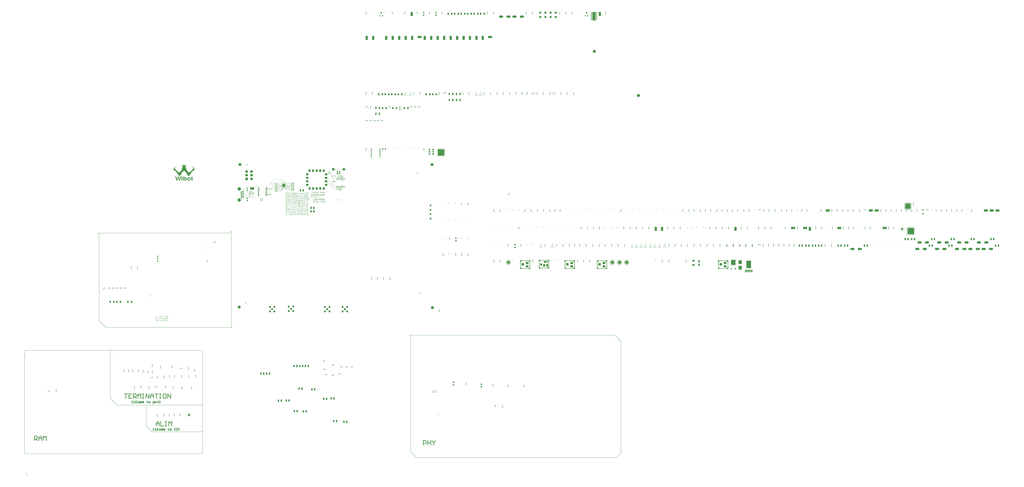
<source format=gbr>
G04*
G04 #@! TF.GenerationSoftware,Altium Limited,Altium Designer,22.11.1 (43)*
G04*
G04 Layer_Physical_Order=1*
G04 Layer_Color=255*
%FSLAX44Y44*%
%MOMM*%
G71*
G04*
G04 #@! TF.SameCoordinates,685F9FB9-B41E-4883-9AF5-229453B53175*
G04*
G04*
G04 #@! TF.FilePolarity,Positive*
G04*
G01*
G75*
%ADD10C,0.2540*%
%ADD11R,1.0160X0.7112*%
G04:AMPARAMS|DCode=12|XSize=0.508mm|YSize=0.508mm|CornerRadius=0.1524mm|HoleSize=0mm|Usage=FLASHONLY|Rotation=180.000|XOffset=0mm|YOffset=0mm|HoleType=Round|Shape=RoundedRectangle|*
%AMROUNDEDRECTD12*
21,1,0.5080,0.2032,0,0,180.0*
21,1,0.2032,0.5080,0,0,180.0*
1,1,0.3048,-0.1016,0.1016*
1,1,0.3048,0.1016,0.1016*
1,1,0.3048,0.1016,-0.1016*
1,1,0.3048,-0.1016,-0.1016*
%
%ADD12ROUNDEDRECTD12*%
%ADD13R,0.5500X0.3000*%
%ADD14R,0.5500X0.4000*%
G04:AMPARAMS|DCode=15|XSize=0.889mm|YSize=0.8636mm|CornerRadius=0.1511mm|HoleSize=0mm|Usage=FLASHONLY|Rotation=180.000|XOffset=0mm|YOffset=0mm|HoleType=Round|Shape=RoundedRectangle|*
%AMROUNDEDRECTD15*
21,1,0.8890,0.5613,0,0,180.0*
21,1,0.5867,0.8636,0,0,180.0*
1,1,0.3023,-0.2934,0.2807*
1,1,0.3023,0.2934,0.2807*
1,1,0.3023,0.2934,-0.2807*
1,1,0.3023,-0.2934,-0.2807*
%
%ADD15ROUNDEDRECTD15*%
G04:AMPARAMS|DCode=16|XSize=0.889mm|YSize=0.7874mm|CornerRadius=0.1535mm|HoleSize=0mm|Usage=FLASHONLY|Rotation=270.000|XOffset=0mm|YOffset=0mm|HoleType=Round|Shape=RoundedRectangle|*
%AMROUNDEDRECTD16*
21,1,0.8890,0.4803,0,0,270.0*
21,1,0.5819,0.7874,0,0,270.0*
1,1,0.3071,-0.2402,-0.2910*
1,1,0.3071,-0.2402,0.2910*
1,1,0.3071,0.2402,0.2910*
1,1,0.3071,0.2402,-0.2910*
%
%ADD16ROUNDEDRECTD16*%
G04:AMPARAMS|DCode=17|XSize=0.889mm|YSize=0.7874mm|CornerRadius=0.1535mm|HoleSize=0mm|Usage=FLASHONLY|Rotation=180.000|XOffset=0mm|YOffset=0mm|HoleType=Round|Shape=RoundedRectangle|*
%AMROUNDEDRECTD17*
21,1,0.8890,0.4803,0,0,180.0*
21,1,0.5819,0.7874,0,0,180.0*
1,1,0.3071,-0.2910,0.2402*
1,1,0.3071,0.2910,0.2402*
1,1,0.3071,0.2910,-0.2402*
1,1,0.3071,-0.2910,-0.2402*
%
%ADD17ROUNDEDRECTD17*%
%ADD18R,0.2500X0.8000*%
%ADD19R,0.8000X0.2500*%
G04:AMPARAMS|DCode=20|XSize=3.4mm|YSize=3.4mm|CornerRadius=0mm|HoleSize=0mm|Usage=FLASHONLY|Rotation=270.000|XOffset=0mm|YOffset=0mm|HoleType=Round|Shape=RoundedRectangle|*
%AMROUNDEDRECTD20*
21,1,3.4000,3.4000,0,0,270.0*
21,1,3.4000,3.4000,0,0,270.0*
1,1,0.0000,-1.7000,-1.7000*
1,1,0.0000,-1.7000,1.7000*
1,1,0.0000,1.7000,1.7000*
1,1,0.0000,1.7000,-1.7000*
%
%ADD20ROUNDEDRECTD20*%
%ADD21C,0.4500*%
G04:AMPARAMS|DCode=22|XSize=2.5mm|YSize=1.5mm|CornerRadius=0.3mm|HoleSize=0mm|Usage=FLASHONLY|Rotation=90.000|XOffset=0mm|YOffset=0mm|HoleType=Round|Shape=RoundedRectangle|*
%AMROUNDEDRECTD22*
21,1,2.5000,0.9000,0,0,90.0*
21,1,1.9000,1.5000,0,0,90.0*
1,1,0.6000,0.4500,0.9500*
1,1,0.6000,0.4500,-0.9500*
1,1,0.6000,-0.4500,-0.9500*
1,1,0.6000,-0.4500,0.9500*
%
%ADD22ROUNDEDRECTD22*%
%ADD23R,1.7018X0.7620*%
G04:AMPARAMS|DCode=24|XSize=1.7018mm|YSize=0.762mm|CornerRadius=0.1905mm|HoleSize=0mm|Usage=FLASHONLY|Rotation=180.000|XOffset=0mm|YOffset=0mm|HoleType=Round|Shape=RoundedRectangle|*
%AMROUNDEDRECTD24*
21,1,1.7018,0.3810,0,0,180.0*
21,1,1.3208,0.7620,0,0,180.0*
1,1,0.3810,-0.6604,0.1905*
1,1,0.3810,0.6604,0.1905*
1,1,0.3810,0.6604,-0.1905*
1,1,0.3810,-0.6604,-0.1905*
%
%ADD24ROUNDEDRECTD24*%
G04:AMPARAMS|DCode=25|XSize=0.65mm|YSize=0.85mm|CornerRadius=0.1625mm|HoleSize=0mm|Usage=FLASHONLY|Rotation=0.000|XOffset=0mm|YOffset=0mm|HoleType=Round|Shape=RoundedRectangle|*
%AMROUNDEDRECTD25*
21,1,0.6500,0.5250,0,0,0.0*
21,1,0.3250,0.8500,0,0,0.0*
1,1,0.3250,0.1625,-0.2625*
1,1,0.3250,-0.1625,-0.2625*
1,1,0.3250,-0.1625,0.2625*
1,1,0.3250,0.1625,0.2625*
%
%ADD25ROUNDEDRECTD25*%
G04:AMPARAMS|DCode=26|XSize=0.889mm|YSize=0.8636mm|CornerRadius=0.1511mm|HoleSize=0mm|Usage=FLASHONLY|Rotation=90.000|XOffset=0mm|YOffset=0mm|HoleType=Round|Shape=RoundedRectangle|*
%AMROUNDEDRECTD26*
21,1,0.8890,0.5613,0,0,90.0*
21,1,0.5867,0.8636,0,0,90.0*
1,1,0.3023,0.2807,0.2934*
1,1,0.3023,0.2807,-0.2934*
1,1,0.3023,-0.2807,-0.2934*
1,1,0.3023,-0.2807,0.2934*
%
%ADD26ROUNDEDRECTD26*%
G04:AMPARAMS|DCode=27|XSize=1.8034mm|YSize=1.1938mm|CornerRadius=0.203mm|HoleSize=0mm|Usage=FLASHONLY|Rotation=180.000|XOffset=0mm|YOffset=0mm|HoleType=Round|Shape=RoundedRectangle|*
%AMROUNDEDRECTD27*
21,1,1.8034,0.7879,0,0,180.0*
21,1,1.3975,1.1938,0,0,180.0*
1,1,0.4059,-0.6988,0.3940*
1,1,0.4059,0.6988,0.3940*
1,1,0.4059,0.6988,-0.3940*
1,1,0.4059,-0.6988,-0.3940*
%
%ADD27ROUNDEDRECTD27*%
%ADD28R,2.5300X4.5000*%
%ADD29R,3.4000X9.7000*%
%ADD30O,1.6000X0.3000*%
%ADD31R,1.2000X1.2000*%
G04:AMPARAMS|DCode=32|XSize=1.2mm|YSize=1.2mm|CornerRadius=0.3mm|HoleSize=0mm|Usage=FLASHONLY|Rotation=0.000|XOffset=0mm|YOffset=0mm|HoleType=Round|Shape=RoundedRectangle|*
%AMROUNDEDRECTD32*
21,1,1.2000,0.6000,0,0,0.0*
21,1,0.6000,1.2000,0,0,0.0*
1,1,0.6000,0.3000,-0.3000*
1,1,0.6000,-0.3000,-0.3000*
1,1,0.6000,-0.3000,0.3000*
1,1,0.6000,0.3000,0.3000*
%
%ADD32ROUNDEDRECTD32*%
%ADD33R,1.6000X1.5000*%
%ADD34R,0.4572X0.3048*%
G04:AMPARAMS|DCode=35|XSize=2.26mm|YSize=2.16mm|CornerRadius=0.54mm|HoleSize=0mm|Usage=FLASHONLY|Rotation=180.000|XOffset=0mm|YOffset=0mm|HoleType=Round|Shape=RoundedRectangle|*
%AMROUNDEDRECTD35*
21,1,2.2600,1.0800,0,0,180.0*
21,1,1.1800,2.1600,0,0,180.0*
1,1,1.0800,-0.5900,0.5400*
1,1,1.0800,0.5900,0.5400*
1,1,1.0800,0.5900,-0.5400*
1,1,1.0800,-0.5900,-0.5400*
%
%ADD35ROUNDEDRECTD35*%
G04:AMPARAMS|DCode=36|XSize=4.4mm|YSize=2.5mm|CornerRadius=0.625mm|HoleSize=0mm|Usage=FLASHONLY|Rotation=0.000|XOffset=0mm|YOffset=0mm|HoleType=Round|Shape=RoundedRectangle|*
%AMROUNDEDRECTD36*
21,1,4.4000,1.2500,0,0,0.0*
21,1,3.1500,2.5000,0,0,0.0*
1,1,1.2500,1.5750,-0.6250*
1,1,1.2500,-1.5750,-0.6250*
1,1,1.2500,-1.5750,0.6250*
1,1,1.2500,1.5750,0.6250*
%
%ADD36ROUNDEDRECTD36*%
G04:AMPARAMS|DCode=37|XSize=2.18mm|YSize=1.62mm|CornerRadius=0.405mm|HoleSize=0mm|Usage=FLASHONLY|Rotation=90.000|XOffset=0mm|YOffset=0mm|HoleType=Round|Shape=RoundedRectangle|*
%AMROUNDEDRECTD37*
21,1,2.1800,0.8100,0,0,90.0*
21,1,1.3700,1.6200,0,0,90.0*
1,1,0.8100,0.4050,0.6850*
1,1,0.8100,0.4050,-0.6850*
1,1,0.8100,-0.4050,-0.6850*
1,1,0.8100,-0.4050,0.6850*
%
%ADD37ROUNDEDRECTD37*%
%ADD38C,1.0000*%
%ADD39R,4.5000X2.5300*%
%ADD40R,1.0500X0.6000*%
G04:AMPARAMS|DCode=41|XSize=1mm|YSize=0.8mm|CornerRadius=0.2mm|HoleSize=0mm|Usage=FLASHONLY|Rotation=180.000|XOffset=0mm|YOffset=0mm|HoleType=Round|Shape=RoundedRectangle|*
%AMROUNDEDRECTD41*
21,1,1.0000,0.4000,0,0,180.0*
21,1,0.6000,0.8000,0,0,180.0*
1,1,0.4000,-0.3000,0.2000*
1,1,0.4000,0.3000,0.2000*
1,1,0.4000,0.3000,-0.2000*
1,1,0.4000,-0.3000,-0.2000*
%
%ADD41ROUNDEDRECTD41*%
%ADD42R,0.7112X1.0160*%
%ADD43R,1.4000X2.7500*%
G04:AMPARAMS|DCode=44|XSize=1mm|YSize=0.8mm|CornerRadius=0.2mm|HoleSize=0mm|Usage=FLASHONLY|Rotation=90.000|XOffset=0mm|YOffset=0mm|HoleType=Round|Shape=RoundedRectangle|*
%AMROUNDEDRECTD44*
21,1,1.0000,0.4000,0,0,90.0*
21,1,0.6000,0.8000,0,0,90.0*
1,1,0.4000,0.2000,0.3000*
1,1,0.4000,0.2000,-0.3000*
1,1,0.4000,-0.2000,-0.3000*
1,1,0.4000,-0.2000,0.3000*
%
%ADD44ROUNDEDRECTD44*%
%ADD45O,0.8000X0.2300*%
%ADD46O,0.2300X0.8000*%
%ADD47R,7.4000X7.4000*%
%ADD48R,1.9500X1.5500*%
G04:AMPARAMS|DCode=49|XSize=1.8034mm|YSize=1.1938mm|CornerRadius=0.203mm|HoleSize=0mm|Usage=FLASHONLY|Rotation=90.000|XOffset=0mm|YOffset=0mm|HoleType=Round|Shape=RoundedRectangle|*
%AMROUNDEDRECTD49*
21,1,1.8034,0.7879,0,0,90.0*
21,1,1.3975,1.1938,0,0,90.0*
1,1,0.4059,0.3940,0.6988*
1,1,0.4059,0.3940,-0.6988*
1,1,0.4059,-0.3940,-0.6988*
1,1,0.4059,-0.3940,0.6988*
%
%ADD49ROUNDEDRECTD49*%
%ADD50R,1.3970X0.6350*%
%ADD51R,0.5590X2.2990*%
%ADD52R,0.8000X1.2000*%
G04:AMPARAMS|DCode=53|XSize=0.3mm|YSize=0.45mm|CornerRadius=0.075mm|HoleSize=0mm|Usage=FLASHONLY|Rotation=90.000|XOffset=0mm|YOffset=0mm|HoleType=Round|Shape=RoundedRectangle|*
%AMROUNDEDRECTD53*
21,1,0.3000,0.3000,0,0,90.0*
21,1,0.1500,0.4500,0,0,90.0*
1,1,0.1500,0.1500,0.0750*
1,1,0.1500,0.1500,-0.0750*
1,1,0.1500,-0.1500,-0.0750*
1,1,0.1500,-0.1500,0.0750*
%
%ADD53ROUNDEDRECTD53*%
%ADD54R,2.8000X2.3000*%
%ADD55R,2.3000X2.8000*%
%ADD56O,0.8500X0.2800*%
%ADD57O,0.2800X0.8500*%
%ADD58R,5.6000X5.6000*%
%ADD59R,0.4200X0.5000*%
%ADD60O,0.4000X1.8000*%
%ADD61O,0.8000X0.2000*%
%ADD62O,0.2000X0.8000*%
%ADD63R,2.1000X2.1000*%
G04:AMPARAMS|DCode=64|XSize=1.397mm|YSize=1.0922mm|CornerRadius=0.2021mm|HoleSize=0mm|Usage=FLASHONLY|Rotation=180.000|XOffset=0mm|YOffset=0mm|HoleType=Round|Shape=RoundedRectangle|*
%AMROUNDEDRECTD64*
21,1,1.3970,0.6881,0,0,180.0*
21,1,0.9929,1.0922,0,0,180.0*
1,1,0.4041,-0.4964,0.3440*
1,1,0.4041,0.4964,0.3440*
1,1,0.4041,0.4964,-0.3440*
1,1,0.4041,-0.4964,-0.3440*
%
%ADD64ROUNDEDRECTD64*%
G04:AMPARAMS|DCode=65|XSize=3.06mm|YSize=0.89mm|CornerRadius=0.2225mm|HoleSize=0mm|Usage=FLASHONLY|Rotation=90.000|XOffset=0mm|YOffset=0mm|HoleType=Round|Shape=RoundedRectangle|*
%AMROUNDEDRECTD65*
21,1,3.0600,0.4450,0,0,90.0*
21,1,2.6150,0.8900,0,0,90.0*
1,1,0.4450,0.2225,1.3075*
1,1,0.4450,0.2225,-1.3075*
1,1,0.4450,-0.2225,-1.3075*
1,1,0.4450,-0.2225,1.3075*
%
%ADD65ROUNDEDRECTD65*%
%ADD66R,5.3500X8.5400*%
%ADD67R,3.8100X4.2418*%
%ADD68R,0.9500X2.0000*%
%ADD69R,5.1500X6.0000*%
%ADD70R,0.9500X0.6000*%
%ADD71R,0.6000X0.9500*%
%ADD72R,1.7000X1.6000*%
G04:AMPARAMS|DCode=73|XSize=1.6mm|YSize=1.7mm|CornerRadius=0.4mm|HoleSize=0mm|Usage=FLASHONLY|Rotation=270.000|XOffset=0mm|YOffset=0mm|HoleType=Round|Shape=RoundedRectangle|*
%AMROUNDEDRECTD73*
21,1,1.6000,0.9000,0,0,270.0*
21,1,0.8000,1.7000,0,0,270.0*
1,1,0.8000,-0.4500,-0.4000*
1,1,0.8000,-0.4500,0.4000*
1,1,0.8000,0.4500,0.4000*
1,1,0.8000,0.4500,-0.4000*
%
%ADD73ROUNDEDRECTD73*%
%ADD74R,3.1000X2.3500*%
%ADD75R,2.8000X2.8000*%
%ADD76R,1.7000X2.5000*%
G04:AMPARAMS|DCode=77|XSize=2.4mm|YSize=1.65mm|CornerRadius=0.0413mm|HoleSize=0mm|Usage=FLASHONLY|Rotation=90.000|XOffset=0mm|YOffset=0mm|HoleType=Round|Shape=RoundedRectangle|*
%AMROUNDEDRECTD77*
21,1,2.4000,1.5675,0,0,90.0*
21,1,2.3175,1.6500,0,0,90.0*
1,1,0.0825,0.7838,1.1588*
1,1,0.0825,0.7838,-1.1588*
1,1,0.0825,-0.7838,-1.1588*
1,1,0.0825,-0.7838,1.1588*
%
%ADD77ROUNDEDRECTD77*%
G04:AMPARAMS|DCode=78|XSize=0.24mm|YSize=0.6mm|CornerRadius=0.0492mm|HoleSize=0mm|Usage=FLASHONLY|Rotation=90.000|XOffset=0mm|YOffset=0mm|HoleType=Round|Shape=RoundedRectangle|*
%AMROUNDEDRECTD78*
21,1,0.2400,0.5016,0,0,90.0*
21,1,0.1416,0.6000,0,0,90.0*
1,1,0.0984,0.2508,0.0708*
1,1,0.0984,0.2508,-0.0708*
1,1,0.0984,-0.2508,-0.0708*
1,1,0.0984,-0.2508,0.0708*
%
%ADD78ROUNDEDRECTD78*%
G04:AMPARAMS|DCode=79|XSize=3.15mm|YSize=3.15mm|CornerRadius=0.1575mm|HoleSize=0mm|Usage=FLASHONLY|Rotation=0.000|XOffset=0mm|YOffset=0mm|HoleType=Round|Shape=RoundedRectangle|*
%AMROUNDEDRECTD79*
21,1,3.1500,2.8350,0,0,0.0*
21,1,2.8350,3.1500,0,0,0.0*
1,1,0.3150,1.4175,-1.4175*
1,1,0.3150,-1.4175,-1.4175*
1,1,0.3150,-1.4175,1.4175*
1,1,0.3150,1.4175,1.4175*
%
%ADD79ROUNDEDRECTD79*%
G04:AMPARAMS|DCode=80|XSize=0.35mm|YSize=1mm|CornerRadius=0.0875mm|HoleSize=0mm|Usage=FLASHONLY|Rotation=90.000|XOffset=0mm|YOffset=0mm|HoleType=Round|Shape=RoundedRectangle|*
%AMROUNDEDRECTD80*
21,1,0.3500,0.8250,0,0,90.0*
21,1,0.1750,1.0000,0,0,90.0*
1,1,0.1750,0.4125,0.0875*
1,1,0.1750,0.4125,-0.0875*
1,1,0.1750,-0.4125,-0.0875*
1,1,0.1750,-0.4125,0.0875*
%
%ADD80ROUNDEDRECTD80*%
G04:AMPARAMS|DCode=81|XSize=0.35mm|YSize=1mm|CornerRadius=0.0875mm|HoleSize=0mm|Usage=FLASHONLY|Rotation=0.000|XOffset=0mm|YOffset=0mm|HoleType=Round|Shape=RoundedRectangle|*
%AMROUNDEDRECTD81*
21,1,0.3500,0.8250,0,0,0.0*
21,1,0.1750,1.0000,0,0,0.0*
1,1,0.1750,0.0875,-0.4125*
1,1,0.1750,-0.0875,-0.4125*
1,1,0.1750,-0.0875,0.4125*
1,1,0.1750,0.0875,0.4125*
%
%ADD81ROUNDEDRECTD81*%
%ADD82R,2.2500X1.1000*%
%ADD83R,1.2400X1.4000*%
%ADD84R,3.0500X2.0400*%
%ADD85R,2.2000X3.1000*%
%ADD86R,1.7000X1.6000*%
%ADD87R,3.1500X3.1500*%
G04:AMPARAMS|DCode=88|XSize=0.95mm|YSize=0.3mm|CornerRadius=0.075mm|HoleSize=0mm|Usage=FLASHONLY|Rotation=0.000|XOffset=0mm|YOffset=0mm|HoleType=Round|Shape=RoundedRectangle|*
%AMROUNDEDRECTD88*
21,1,0.9500,0.1500,0,0,0.0*
21,1,0.8000,0.3000,0,0,0.0*
1,1,0.1500,0.4000,-0.0750*
1,1,0.1500,-0.4000,-0.0750*
1,1,0.1500,-0.4000,0.0750*
1,1,0.1500,0.4000,0.0750*
%
%ADD88ROUNDEDRECTD88*%
%ADD89C,0.1270*%
%ADD90C,0.3810*%
%ADD91C,0.3302*%
%ADD92C,0.0895*%
%ADD93C,0.1218*%
%ADD94C,0.1778*%
%ADD95C,0.2794*%
%ADD96C,0.7620*%
%ADD97R,2.2500X2.3000*%
%ADD98C,3.3020*%
%ADD99C,0.6000*%
%ADD100C,3.8100*%
G04:AMPARAMS|DCode=101|XSize=1.524mm|YSize=1.524mm|CornerRadius=0mm|HoleSize=0mm|Usage=FLASHONLY|Rotation=270.000|XOffset=0mm|YOffset=0mm|HoleType=Round|Shape=Octagon|*
%AMOCTAGOND101*
4,1,8,-0.3810,-0.7620,0.3810,-0.7620,0.7620,-0.3810,0.7620,0.3810,0.3810,0.7620,-0.3810,0.7620,-0.7620,0.3810,-0.7620,-0.3810,-0.3810,-0.7620,0.0*
%
%ADD101OCTAGOND101*%

%ADD102C,1.5240*%
%ADD103C,1.9050*%
%ADD104R,1.9050X1.9050*%
%ADD105C,3.5000*%
%ADD106C,3.0000*%
%ADD107C,1.6000*%
%ADD108C,2.2000*%
%ADD109R,3.0000X3.0000*%
%ADD110C,0.2700*%
%ADD111C,0.3302*%
%ADD112C,0.2032*%
%ADD113C,0.2400*%
%ADD114C,0.2540*%
%ADD115C,0.5000*%
%ADD116C,0.5080*%
%ADD117C,0.5588*%
G36*
X-795833Y1666667D02*
X-797917D01*
Y1668750D01*
X-795833D01*
Y1666667D01*
D02*
G37*
G36*
X-797917Y1662500D02*
X-802083D01*
Y1664583D01*
X-800000D01*
Y1666667D01*
X-797917D01*
Y1662500D01*
D02*
G37*
G36*
X-802083Y1658333D02*
X-800000D01*
Y1656250D01*
X-802083D01*
Y1658333D01*
X-804167D01*
Y1660417D01*
X-806250D01*
Y1662500D01*
X-802083D01*
Y1658333D01*
D02*
G37*
G36*
X-672917Y1679167D02*
X-670833D01*
Y1672917D01*
X-677083D01*
Y1670833D01*
X-679167D01*
Y1666667D01*
X-681250D01*
Y1662500D01*
X-679167D01*
Y1658333D01*
X-677083D01*
Y1656250D01*
X-675000D01*
Y1652083D01*
X-672917D01*
Y1645833D01*
X-670833D01*
Y1633333D01*
X-668750D01*
Y1627083D01*
X-666667D01*
Y1622917D01*
X-664583D01*
Y1618750D01*
X-662500D01*
Y1616667D01*
X-660417D01*
Y1614583D01*
X-658333D01*
Y1612500D01*
X-656250D01*
Y1610417D01*
X-654167D01*
Y1608333D01*
X-652083D01*
Y1606250D01*
X-647917D01*
Y1604167D01*
X-645833D01*
Y1602083D01*
X-643750D01*
Y1600000D01*
X-639583D01*
Y1602083D01*
X-635417D01*
Y1604167D01*
X-629167D01*
Y1606250D01*
X-627083D01*
Y1608333D01*
X-625000D01*
Y1610417D01*
X-622917D01*
Y1612500D01*
X-618750D01*
Y1614583D01*
X-616667D01*
Y1616667D01*
X-614583D01*
Y1618750D01*
X-612500D01*
Y1620833D01*
X-608333D01*
Y1622917D01*
X-606250D01*
Y1625000D01*
X-604167D01*
Y1627083D01*
X-602083D01*
Y1631250D01*
X-600000D01*
Y1633333D01*
X-597917D01*
Y1635417D01*
X-595833D01*
Y1637500D01*
X-593750D01*
Y1641667D01*
X-591667D01*
Y1643750D01*
X-593750D01*
Y1647917D01*
X-595833D01*
Y1650000D01*
X-597917D01*
Y1652083D01*
X-604167D01*
Y1664583D01*
X-602083D01*
Y1660417D01*
X-600000D01*
Y1658333D01*
X-602083D01*
Y1654167D01*
X-595833D01*
Y1652083D01*
X-591667D01*
Y1654167D01*
X-589583D01*
Y1656250D01*
X-591667D01*
Y1658333D01*
X-589583D01*
Y1662500D01*
X-591667D01*
Y1664583D01*
X-593750D01*
Y1668750D01*
X-591667D01*
Y1666667D01*
X-589583D01*
Y1664583D01*
X-587500D01*
Y1662500D01*
X-585417D01*
Y1660417D01*
X-587500D01*
Y1650000D01*
X-591667D01*
Y1645833D01*
X-589583D01*
Y1647917D01*
X-585417D01*
Y1645833D01*
X-583333D01*
Y1643750D01*
X-579167D01*
Y1641667D01*
X-577083D01*
Y1637500D01*
X-575000D01*
Y1631250D01*
X-577083D01*
Y1629167D01*
X-579167D01*
Y1627083D01*
X-583333D01*
Y1625000D01*
X-585417D01*
Y1622917D01*
X-587500D01*
Y1620833D01*
X-589583D01*
Y1618750D01*
X-595833D01*
Y1616667D01*
X-597917D01*
Y1614583D01*
X-600000D01*
Y1610417D01*
X-602083D01*
Y1608333D01*
X-604167D01*
Y1606250D01*
X-606250D01*
Y1604167D01*
X-608333D01*
Y1602083D01*
X-610417D01*
Y1600000D01*
X-612500D01*
Y1597917D01*
X-614583D01*
Y1595833D01*
X-616667D01*
Y1593750D01*
X-618750D01*
Y1589583D01*
X-620833D01*
Y1583333D01*
X-622917D01*
Y1579167D01*
X-625000D01*
Y1577083D01*
X-627083D01*
Y1575000D01*
X-629167D01*
Y1570833D01*
X-631250D01*
Y1568750D01*
X-633333D01*
Y1566667D01*
X-635417D01*
Y1564583D01*
X-639583D01*
Y1562500D01*
X-650000D01*
Y1564583D01*
X-654167D01*
Y1566667D01*
X-656250D01*
Y1568750D01*
X-658333D01*
Y1570833D01*
X-660417D01*
Y1577083D01*
X-662500D01*
Y1587500D01*
X-664583D01*
Y1589583D01*
X-666667D01*
Y1591667D01*
X-668750D01*
Y1593750D01*
X-670833D01*
Y1595833D01*
X-672917D01*
Y1597917D01*
X-675000D01*
Y1602083D01*
X-677083D01*
Y1604167D01*
X-679167D01*
Y1606250D01*
X-681250D01*
Y1608333D01*
X-683333D01*
Y1610417D01*
X-685417D01*
Y1612500D01*
X-687500D01*
Y1614583D01*
X-691667D01*
Y1616667D01*
X-693750D01*
Y1618750D01*
X-697917D01*
Y1616667D01*
X-700000D01*
Y1614583D01*
X-704167D01*
Y1612500D01*
X-706250D01*
Y1610417D01*
X-708333D01*
Y1608333D01*
X-710417D01*
Y1606250D01*
X-712500D01*
Y1604167D01*
X-714583D01*
Y1602083D01*
X-716667D01*
Y1597917D01*
X-718750D01*
Y1595833D01*
X-720833D01*
Y1593750D01*
X-722917D01*
Y1591667D01*
X-725000D01*
Y1589583D01*
X-727083D01*
Y1587500D01*
X-729167D01*
Y1577083D01*
X-731250D01*
Y1570833D01*
X-733333D01*
Y1568750D01*
X-735417D01*
Y1566667D01*
X-737500D01*
Y1564583D01*
X-741667D01*
Y1562500D01*
X-752083D01*
Y1564583D01*
X-756250D01*
Y1566667D01*
X-758333D01*
Y1568750D01*
X-760417D01*
Y1570833D01*
X-762500D01*
Y1575000D01*
X-764583D01*
Y1577083D01*
X-766667D01*
Y1581250D01*
X-768750D01*
Y1585417D01*
X-770833D01*
Y1589583D01*
X-772917D01*
Y1593750D01*
X-775000D01*
Y1595833D01*
X-777083D01*
Y1597917D01*
X-779167D01*
Y1600000D01*
X-781250D01*
Y1602083D01*
X-783333D01*
Y1604167D01*
X-785417D01*
Y1606250D01*
X-787500D01*
Y1608333D01*
X-789583D01*
Y1612500D01*
X-791667D01*
Y1614583D01*
X-793750D01*
Y1616667D01*
X-795833D01*
Y1618750D01*
X-802083D01*
Y1620833D01*
X-804167D01*
Y1622917D01*
X-806250D01*
Y1625000D01*
X-808333D01*
Y1627083D01*
X-812500D01*
Y1629167D01*
X-814583D01*
Y1641667D01*
X-812500D01*
Y1643750D01*
X-808333D01*
Y1645833D01*
X-806250D01*
Y1647917D01*
X-802083D01*
Y1645833D01*
X-800000D01*
Y1650000D01*
X-802083D01*
Y1652083D01*
X-804167D01*
Y1654167D01*
X-800000D01*
Y1652083D01*
X-795833D01*
Y1654167D01*
X-789583D01*
Y1662500D01*
X-787500D01*
Y1656250D01*
Y1654167D01*
Y1652083D01*
X-793750D01*
Y1647917D01*
X-797917D01*
Y1637500D01*
X-795833D01*
Y1635417D01*
X-793750D01*
Y1633333D01*
X-791667D01*
Y1631250D01*
X-789583D01*
Y1627083D01*
X-787500D01*
Y1625000D01*
X-785417D01*
Y1622917D01*
X-781250D01*
Y1620833D01*
X-779167D01*
Y1618750D01*
X-777083D01*
Y1616667D01*
X-775000D01*
Y1614583D01*
X-772917D01*
Y1612500D01*
X-768750D01*
Y1610417D01*
X-766667D01*
Y1608333D01*
X-764583D01*
Y1606250D01*
X-762500D01*
Y1604167D01*
X-756250D01*
Y1602083D01*
X-752083D01*
Y1600000D01*
X-747917D01*
Y1602083D01*
X-745833D01*
Y1604167D01*
X-743750D01*
Y1606250D01*
X-739583D01*
Y1608333D01*
X-737500D01*
Y1610417D01*
X-735417D01*
Y1612500D01*
X-733333D01*
Y1614583D01*
X-731250D01*
Y1616667D01*
X-729167D01*
Y1618750D01*
X-727083D01*
Y1622917D01*
X-725000D01*
Y1627083D01*
X-722917D01*
Y1633333D01*
X-720833D01*
Y1645833D01*
X-718750D01*
Y1652083D01*
X-716667D01*
Y1656250D01*
X-714583D01*
Y1658333D01*
X-712500D01*
Y1662500D01*
X-710417D01*
Y1668750D01*
X-712500D01*
Y1670833D01*
X-714583D01*
Y1672917D01*
X-720833D01*
Y1679167D01*
X-718750D01*
Y1681250D01*
X-672917D01*
Y1679167D01*
D02*
G37*
G36*
X-729167Y1547917D02*
X-731250D01*
Y1541667D01*
X-733333D01*
Y1535417D01*
X-735417D01*
Y1529167D01*
X-737500D01*
Y1522917D01*
X-739583D01*
Y1516667D01*
X-741667D01*
Y1510417D01*
X-743750D01*
Y1508333D01*
X-754167D01*
Y1516667D01*
X-756250D01*
Y1522917D01*
X-758333D01*
Y1531250D01*
X-760417D01*
Y1539583D01*
X-764583D01*
Y1531250D01*
X-766667D01*
Y1525000D01*
X-768750D01*
Y1516667D01*
X-770833D01*
Y1508333D01*
X-781250D01*
Y1510417D01*
X-783333D01*
Y1516667D01*
X-785417D01*
Y1522917D01*
X-787500D01*
Y1529167D01*
X-789583D01*
Y1535417D01*
X-791667D01*
Y1541667D01*
X-793750D01*
Y1545833D01*
X-795833D01*
Y1552083D01*
X-797917D01*
Y1554167D01*
X-785417D01*
Y1550000D01*
X-783333D01*
Y1541667D01*
X-781250D01*
Y1533333D01*
X-779167D01*
Y1525000D01*
X-777083D01*
Y1522917D01*
X-775000D01*
Y1531250D01*
X-772917D01*
Y1539583D01*
X-770833D01*
Y1547917D01*
X-768750D01*
Y1554167D01*
X-756250D01*
Y1547917D01*
X-754167D01*
Y1539583D01*
X-752083D01*
Y1531250D01*
X-750000D01*
Y1522917D01*
X-747917D01*
Y1525000D01*
X-745833D01*
Y1533333D01*
X-743750D01*
Y1543750D01*
X-741667D01*
Y1552083D01*
X-739583D01*
Y1554167D01*
X-729167D01*
Y1547917D01*
D02*
G37*
G36*
X-714583Y1508333D02*
X-725000D01*
Y1545833D01*
Y1547917D01*
Y1554167D01*
X-714583D01*
Y1508333D01*
D02*
G37*
G36*
X-602083Y1541667D02*
X-595833D01*
Y1535417D01*
X-602083D01*
Y1531250D01*
Y1529167D01*
Y1516667D01*
X-600000D01*
Y1514583D01*
X-595833D01*
Y1508333D01*
X-600000D01*
Y1506250D01*
X-604167D01*
Y1508333D01*
X-608333D01*
Y1510417D01*
X-610417D01*
Y1512500D01*
X-612500D01*
Y1535417D01*
X-616667D01*
Y1541667D01*
X-612500D01*
Y1550000D01*
X-610417D01*
Y1552083D01*
X-602083D01*
Y1541667D01*
D02*
G37*
G36*
X-633333D02*
X-629167D01*
Y1539583D01*
X-625000D01*
Y1537500D01*
X-622917D01*
Y1533333D01*
X-620833D01*
Y1527083D01*
X-618750D01*
Y1522917D01*
X-620833D01*
Y1516667D01*
X-622917D01*
Y1514583D01*
X-625000D01*
Y1512500D01*
X-627083D01*
Y1510417D01*
X-629167D01*
Y1508333D01*
X-637500D01*
Y1506250D01*
X-641667D01*
Y1508333D01*
X-650000D01*
Y1510417D01*
X-654167D01*
Y1512500D01*
X-656250D01*
Y1514583D01*
X-658333D01*
Y1518750D01*
X-660417D01*
Y1531250D01*
X-658333D01*
Y1535417D01*
X-656250D01*
Y1537500D01*
X-654167D01*
Y1539583D01*
X-652083D01*
Y1541667D01*
X-645833D01*
Y1543750D01*
X-633333D01*
Y1541667D01*
D02*
G37*
G36*
X-693750Y1539583D02*
X-691667D01*
Y1541667D01*
X-687500D01*
Y1543750D01*
X-677083D01*
Y1541667D01*
X-672917D01*
Y1539583D01*
X-670833D01*
Y1537500D01*
X-668750D01*
Y1535417D01*
X-666667D01*
Y1529167D01*
X-664583D01*
Y1520833D01*
X-666667D01*
Y1516667D01*
X-668750D01*
Y1512500D01*
X-670833D01*
Y1510417D01*
X-675000D01*
Y1508333D01*
X-681250D01*
Y1506250D01*
X-683333D01*
Y1508333D01*
X-691667D01*
Y1510417D01*
X-693750D01*
Y1508333D01*
X-704167D01*
Y1554167D01*
X-693750D01*
Y1539583D01*
D02*
G37*
G36*
X3337840Y524880D02*
X3345340Y518380D01*
X3345340Y508880D01*
X3328340D01*
Y524880D01*
X3337840Y524880D01*
D02*
G37*
G36*
X-634467Y-1136076D02*
X-634326Y-1136217D01*
X-634250Y-1136401D01*
Y-1136500D01*
Y-1169500D01*
Y-1169600D01*
X-634326Y-1169783D01*
X-634467Y-1169924D01*
X-634650Y-1170000D01*
X-636349D01*
X-636533Y-1169924D01*
X-636674Y-1169783D01*
X-636750Y-1169600D01*
Y-1169500D01*
Y-1136500D01*
Y-1136401D01*
X-636674Y-1136217D01*
X-636533Y-1136076D01*
X-636349Y-1136000D01*
X-634650D01*
X-634467Y-1136076D01*
D02*
G37*
G36*
X-639467D02*
X-639326Y-1136217D01*
X-639250Y-1136401D01*
Y-1136500D01*
Y-1169500D01*
Y-1169600D01*
X-639326Y-1169783D01*
X-639467Y-1169924D01*
X-639651Y-1170000D01*
X-641349D01*
X-641533Y-1169924D01*
X-641674Y-1169783D01*
X-641750Y-1169600D01*
Y-1169500D01*
Y-1136500D01*
Y-1136401D01*
X-641674Y-1136217D01*
X-641533Y-1136076D01*
X-641349Y-1136000D01*
X-639651D01*
X-639467Y-1136076D01*
D02*
G37*
%LPC*%
G36*
X-635417Y1535417D02*
X-645833D01*
Y1533333D01*
X-647917D01*
Y1529167D01*
X-650000D01*
Y1520833D01*
X-647917D01*
Y1516667D01*
X-643750D01*
Y1514583D01*
X-635417D01*
Y1516667D01*
X-633333D01*
Y1518750D01*
X-631250D01*
Y1531250D01*
X-633333D01*
Y1533333D01*
X-635417D01*
Y1535417D01*
D02*
G37*
G36*
X-679167D02*
X-689583D01*
Y1533333D01*
X-691667D01*
Y1531250D01*
X-693750D01*
Y1520833D01*
X-691667D01*
Y1516667D01*
X-687500D01*
Y1514583D01*
X-681250D01*
Y1516667D01*
X-679167D01*
Y1518750D01*
X-677083D01*
Y1533333D01*
X-679167D01*
Y1535417D01*
D02*
G37*
%LPD*%
D10*
X-486000Y-421540D02*
G03*
X-488540Y-419000I-2540J0D01*
G01*
Y-1593000D02*
G03*
X-486000Y-1590460I0J2540D01*
G01*
X-2503460Y-419000D02*
G03*
X-2506000Y-421540I0J-2540D01*
G01*
Y-1590460D02*
G03*
X-2503460Y-1593000I2540J0D01*
G01*
X-488540D01*
X-2503460Y-419000D02*
X-488540D01*
X-486000Y-1590460D02*
Y-421540D01*
X-2506000Y-1590460D02*
Y-421540D01*
X1096330Y1430402D02*
Y1443639D01*
Y1507715D02*
Y1520952D01*
X442487Y1476139D02*
Y1489376D01*
X417487Y1422859D02*
Y1427139D01*
X413527Y1421739D02*
X413895Y1421371D01*
X415999D01*
X417487Y1422859D01*
X452487Y1480419D02*
X453975Y1481907D01*
X456079D01*
X456447Y1481539D01*
X452487Y1476139D02*
Y1480419D01*
X846637Y1342605D02*
X850775Y1346743D01*
X846637Y1342605D02*
Y1342605D01*
X782450Y1350605D02*
X782637Y1350605D01*
X826498Y1290466D02*
X830637Y1294605D01*
X794498Y1290466D02*
X798637Y1294605D01*
X802498Y1290466D02*
X806637Y1294605D01*
X838637Y1294605D02*
X842775Y1290466D01*
X846637Y1294605D02*
X850775Y1290466D01*
X838637Y1342605D02*
X842775Y1346743D01*
X838637Y1342605D02*
X838637D01*
X842775Y1346743D02*
X842826D01*
X794498Y1346743D02*
X798637Y1342605D01*
X802498Y1346743D02*
X806637Y1342605D01*
X818151Y1347091D02*
X822637Y1342605D01*
X818151Y1347091D02*
Y1347205D01*
X822637Y1342605D02*
Y1342605D01*
X862637Y1286605D02*
X867123Y1282119D01*
Y1282005D02*
Y1282119D01*
X862637Y1286605D02*
Y1286605D01*
X770151Y1347091D02*
X774637Y1342605D01*
X770151Y1347091D02*
Y1347205D01*
X774637Y1342605D02*
Y1342605D01*
X862637Y1350605D02*
X867123Y1355091D01*
X867237D01*
X862637Y1350605D02*
X862637D01*
X802151Y1282119D02*
X806637Y1286605D01*
X810151Y1282119D02*
X814637Y1286605D01*
X818151Y1282119D02*
X822637Y1286605D01*
X814450D02*
X814637D01*
X886637Y1350605D02*
X886824D01*
X870637D02*
Y1350605D01*
X875123Y1355091D02*
Y1355205D01*
X870637Y1350605D02*
X875123Y1355091D01*
X878637Y1350605D02*
X883123Y1355091D01*
X886637Y1350605D02*
X891123Y1355091D01*
X894637Y1350605D02*
X899123Y1355091D01*
X814450Y1350605D02*
X814637Y1350605D01*
X830637Y1350605D02*
Y1350605D01*
X826151Y1355091D02*
Y1355205D01*
Y1355091D02*
X830637Y1350605D01*
X818151Y1355091D02*
X822637Y1350605D01*
X810151Y1355091D02*
X814637Y1350605D01*
X802151Y1355091D02*
X806637Y1350605D01*
X798637Y1350605D02*
X798637Y1350605D01*
X794151Y1355091D02*
Y1355205D01*
Y1355091D02*
X798637Y1350605D01*
X786151Y1355091D02*
X790637Y1350605D01*
X782450Y1286605D02*
X782637D01*
X798637Y1286605D02*
Y1286605D01*
X794151Y1282005D02*
Y1282119D01*
X798637Y1286605D01*
X786151Y1282119D02*
X790637Y1286605D01*
X778151Y1282119D02*
X782637Y1286605D01*
X770151Y1282119D02*
X774637Y1286605D01*
X894637D02*
X899123Y1282119D01*
X886637Y1286605D02*
X891123Y1282119D01*
X878637Y1286605D02*
X883123Y1282119D01*
X870637Y1286605D02*
X875123Y1282119D01*
Y1282005D02*
Y1282119D01*
X870637Y1286605D02*
Y1286605D01*
X-1060000Y-1344000D02*
X-486000D01*
X-1125000Y-1279000D02*
X-1060000Y-1344000D01*
X-1125000Y-1279000D02*
Y-1041000D01*
X-1457000D02*
X-487000D01*
X-1533000Y-965000D02*
X-1457000Y-1041000D01*
X-1533000Y-965000D02*
Y-417000D01*
X-2499000Y-1808000D02*
X-2469000Y-1838000D01*
X-2499000Y-481000D02*
X-2491000Y-489000D01*
X-159000Y-150000D02*
Y930000D01*
Y-150000D02*
X-150000Y-159000D01*
X-1584000D02*
X-150000D01*
X-1660000Y-83000D02*
X-1584000Y-159000D01*
X-1660000Y-83000D02*
Y890000D01*
X-1681000Y911000D02*
X-1660000Y890000D01*
X-1681000Y911000D02*
X-181000D01*
X-156000Y936000D01*
Y933000D02*
Y936000D01*
X3953000Y-247000D02*
X4190000D01*
X4259000Y-316000D01*
Y-1589000D02*
Y-316000D01*
X4211000Y-1637000D02*
X4259000Y-1589000D01*
X1942000Y-1637000D02*
X4211000D01*
X1874000Y-1569000D02*
X1942000Y-1637000D01*
X1874000Y-1569000D02*
Y-261000D01*
X1860000Y-247000D02*
X1874000Y-261000D01*
X1860000Y-247000D02*
X3953000D01*
X886637Y1286605D02*
X886824D01*
X894637Y1294605D02*
X898730Y1290512D01*
X-1015460Y-32676D02*
Y-74996D01*
X-1006996Y-83460D01*
X-990068D01*
X-981604Y-74996D01*
Y-32676D01*
X-930821Y-41140D02*
X-939285Y-32676D01*
X-956212D01*
X-964676Y-41140D01*
Y-49604D01*
X-956212Y-58068D01*
X-939285D01*
X-930821Y-66532D01*
Y-74996D01*
X-939285Y-83460D01*
X-956212D01*
X-964676Y-74996D01*
X-913893Y-32676D02*
Y-83460D01*
X-888501D01*
X-880037Y-74996D01*
Y-66532D01*
X-888501Y-58068D01*
X-913893D01*
X-888501D01*
X-880037Y-49604D01*
Y-41140D01*
X-888501Y-32676D01*
X-913893D01*
D11*
X945642Y1605534D02*
D03*
X969010Y1596136D02*
D03*
X945642Y1586738D02*
D03*
D12*
X1058926Y1557655D02*
D03*
X1058926Y1548765D02*
D03*
X1046480Y1557655D02*
D03*
X1046480Y1548765D02*
D03*
X2192000Y-1150870D02*
D03*
Y-1141980D02*
D03*
X1056786Y1408430D02*
D03*
Y1417320D02*
D03*
X1044340Y1408684D02*
D03*
Y1417574D02*
D03*
X-459000Y739555D02*
D03*
Y748445D02*
D03*
X3097780Y1170655D02*
D03*
Y1179545D02*
D03*
X3026660Y1170655D02*
D03*
Y1179545D02*
D03*
X2955540Y1170655D02*
D03*
Y1179545D02*
D03*
X2374940Y1245655D02*
D03*
Y1254545D02*
D03*
X2303820Y1245655D02*
D03*
Y1254545D02*
D03*
X2237780Y1245655D02*
D03*
Y1254545D02*
D03*
X5190740Y972535D02*
D03*
Y981425D02*
D03*
X5119620Y972535D02*
D03*
Y981425D02*
D03*
X5053580Y972535D02*
D03*
Y981425D02*
D03*
X4215380Y972535D02*
D03*
Y981425D02*
D03*
X4149340Y972535D02*
D03*
Y981425D02*
D03*
X4078220Y972535D02*
D03*
Y981425D02*
D03*
X3262880Y774415D02*
D03*
Y783305D02*
D03*
X3189220Y774415D02*
D03*
Y783305D02*
D03*
X2527340Y849415D02*
D03*
Y858305D02*
D03*
X2453680Y849415D02*
D03*
Y858305D02*
D03*
X2237780Y849415D02*
D03*
Y858305D02*
D03*
X4652260Y596615D02*
D03*
Y605505D02*
D03*
X3537200Y596615D02*
D03*
Y605505D02*
D03*
X3466080Y596615D02*
D03*
Y605505D02*
D03*
X3031740Y596615D02*
D03*
Y605505D02*
D03*
X2306360Y671615D02*
D03*
Y680505D02*
D03*
D13*
X84851Y1371528D02*
D03*
Y1366528D02*
D03*
X84851Y1356528D02*
D03*
X84851Y1351528D02*
D03*
X92551Y1371528D02*
D03*
Y1366528D02*
D03*
X92551Y1356528D02*
D03*
X92551Y1351528D02*
D03*
D14*
X84851Y1361528D02*
D03*
X92551D02*
D03*
D15*
X61051Y1363946D02*
D03*
X46065D02*
D03*
X-2221507Y-882000D02*
D03*
X-2236493D02*
D03*
X896986Y-541000D02*
D03*
X882000D02*
D03*
X921986Y-694000D02*
D03*
X907000D02*
D03*
X903986Y-634000D02*
D03*
X889000D02*
D03*
X1001493Y-587000D02*
D03*
X986507D02*
D03*
X1074493Y-687000D02*
D03*
X1059507D02*
D03*
X998493Y-702000D02*
D03*
X983507D02*
D03*
X1211213Y-607400D02*
D03*
X1196227D02*
D03*
X1155333D02*
D03*
X1140347D02*
D03*
X1099453D02*
D03*
X1084467D02*
D03*
X267843Y1348232D02*
D03*
X282829D02*
D03*
X267970Y1411969D02*
D03*
X282956D02*
D03*
X1642053Y2344840D02*
D03*
X1627067D02*
D03*
X1558233Y2187360D02*
D03*
X1543247D02*
D03*
X1515053D02*
D03*
X1500067D02*
D03*
X-1358365Y287380D02*
D03*
X-1373351D02*
D03*
X-1401545D02*
D03*
X-1416531D02*
D03*
X-1447265D02*
D03*
X-1462251D02*
D03*
X-1490445D02*
D03*
X-1505431D02*
D03*
X-1533625D02*
D03*
X-1548611D02*
D03*
X-343507Y807000D02*
D03*
X-358493D02*
D03*
X-1008627Y-834887D02*
D03*
X-1023613D02*
D03*
X827987Y1264040D02*
D03*
X813001D02*
D03*
X883744Y1372345D02*
D03*
X898730D02*
D03*
X854637Y1372605D02*
D03*
X869623D02*
D03*
X821623D02*
D03*
X806637D02*
D03*
X785637Y1372345D02*
D03*
X770651Y1372345D02*
D03*
X772144Y1265005D02*
D03*
X787130D02*
D03*
X887144Y1265005D02*
D03*
X902130D02*
D03*
X872623D02*
D03*
X857637D02*
D03*
D16*
X45932Y1348310D02*
D03*
X61934D02*
D03*
X45573Y1381681D02*
D03*
X61575D02*
D03*
X526384Y1477563D02*
D03*
X542386D02*
D03*
X526136Y1409695D02*
D03*
X542138D02*
D03*
X526440Y1398013D02*
D03*
X542442D02*
D03*
X526384Y1464957D02*
D03*
X542386D02*
D03*
X526384Y1437957D02*
D03*
X542386D02*
D03*
X526384Y1451757D02*
D03*
X542386D02*
D03*
X526261Y1423915D02*
D03*
X542263D02*
D03*
X1083183Y1546352D02*
D03*
X1099185Y1546352D02*
D03*
X1082487Y1560259D02*
D03*
X1098489Y1560259D02*
D03*
X341476Y1415729D02*
D03*
X357478D02*
D03*
X341476Y1388088D02*
D03*
X357478D02*
D03*
X341350Y1428458D02*
D03*
X357352D02*
D03*
X341310Y1440939D02*
D03*
X357312D02*
D03*
X341295Y1455619D02*
D03*
X357297D02*
D03*
X341310Y1469774D02*
D03*
X357312D02*
D03*
X341387Y1400979D02*
D03*
X357389D02*
D03*
X1961839Y2344840D02*
D03*
X1977841D02*
D03*
X1916119D02*
D03*
X1932121D02*
D03*
X1872939D02*
D03*
X1888941D02*
D03*
X1367479D02*
D03*
X1383481D02*
D03*
X1456379Y2187360D02*
D03*
X1472381D02*
D03*
X1410659D02*
D03*
X1426661D02*
D03*
X1367479D02*
D03*
X1383481D02*
D03*
X-737683Y-624447D02*
D03*
X-721681D02*
D03*
X-1069661Y-731127D02*
D03*
X-1053659D02*
D03*
X7725279Y1175100D02*
D03*
X7741281D02*
D03*
X7021699D02*
D03*
X7037701D02*
D03*
X5825359D02*
D03*
X5841361D02*
D03*
D17*
X191262Y1283844D02*
D03*
Y1299846D02*
D03*
X174752Y1283843D02*
D03*
Y1299845D02*
D03*
X1069994Y1399413D02*
D03*
Y1415415D02*
D03*
X1086106Y1399286D02*
D03*
Y1415288D02*
D03*
X-1224000Y505999D02*
D03*
Y522001D02*
D03*
X-1294000Y511999D02*
D03*
Y528001D02*
D03*
X2196986Y22990D02*
D03*
Y38992D02*
D03*
X-432000Y584999D02*
D03*
Y601001D02*
D03*
X2163000Y-897001D02*
D03*
Y-880999D02*
D03*
X2833000Y-1058002D02*
D03*
Y-1042000D02*
D03*
X1641245Y388681D02*
D03*
Y404683D02*
D03*
X1567585Y388681D02*
D03*
Y404683D02*
D03*
X1496465Y388681D02*
D03*
Y404683D02*
D03*
X1430425Y388681D02*
D03*
Y404683D02*
D03*
X2918000Y-1063001D02*
D03*
Y-1046999D02*
D03*
X4085660Y3401099D02*
D03*
Y3417101D02*
D03*
X3707200Y3401099D02*
D03*
Y3417101D02*
D03*
X1949520Y3401099D02*
D03*
Y3417101D02*
D03*
X1807280Y3401099D02*
D03*
Y3417101D02*
D03*
X1665040Y3401099D02*
D03*
Y3417101D02*
D03*
X1367860Y3401099D02*
D03*
Y3417101D02*
D03*
X3577660Y2486699D02*
D03*
Y2502701D02*
D03*
X3506540Y2486699D02*
D03*
Y2502701D02*
D03*
X3379540Y2486699D02*
D03*
Y2502701D02*
D03*
X3308420Y2486699D02*
D03*
Y2502701D02*
D03*
X3067120Y2486699D02*
D03*
Y2502701D02*
D03*
X2996000Y2486699D02*
D03*
Y2502701D02*
D03*
X2924880Y2486699D02*
D03*
Y2502701D02*
D03*
X2853760Y2486699D02*
D03*
Y2502701D02*
D03*
X2533720Y2486699D02*
D03*
Y2502701D02*
D03*
X2467680Y2486699D02*
D03*
Y2502701D02*
D03*
X1977460Y2486699D02*
D03*
Y2502701D02*
D03*
X1906340Y2486699D02*
D03*
Y2502701D02*
D03*
X1438980Y2486699D02*
D03*
Y2502701D02*
D03*
X1367860Y2486699D02*
D03*
Y2502701D02*
D03*
X1418660Y2329219D02*
D03*
Y2345221D02*
D03*
X-1604618Y271759D02*
D03*
Y287761D02*
D03*
X-1057094Y-599428D02*
D03*
Y-583426D02*
D03*
X-962600Y-619748D02*
D03*
Y-603746D02*
D03*
X-835600Y-612128D02*
D03*
Y-596126D02*
D03*
X-647640Y-634988D02*
D03*
Y-618986D02*
D03*
X-573980Y-652768D02*
D03*
Y-636766D02*
D03*
X-563820Y-721348D02*
D03*
Y-705346D02*
D03*
X-645100Y-723888D02*
D03*
Y-707886D02*
D03*
X-723840Y-723888D02*
D03*
Y-707886D02*
D03*
X-802580Y-723888D02*
D03*
Y-707886D02*
D03*
X-861000Y-723126D02*
D03*
Y-707124D02*
D03*
X-921960Y-731508D02*
D03*
Y-715506D02*
D03*
X-1000700Y-731508D02*
D03*
Y-715506D02*
D03*
X-1056000Y-676001D02*
D03*
Y-659999D02*
D03*
X-1105680Y-674365D02*
D03*
Y-658363D02*
D03*
X-1160280Y-665348D02*
D03*
Y-649346D02*
D03*
X-1216160Y-660268D02*
D03*
Y-644266D02*
D03*
X-1277120Y-659760D02*
D03*
Y-643758D02*
D03*
X-1327000Y-660268D02*
D03*
Y-644266D02*
D03*
X-1378000Y-659001D02*
D03*
Y-642999D02*
D03*
X-2147200Y-885161D02*
D03*
Y-869159D02*
D03*
X2988560Y1344899D02*
D03*
Y1360901D02*
D03*
X7578160Y1234479D02*
D03*
Y1250481D02*
D03*
X8236200Y1159479D02*
D03*
Y1175481D02*
D03*
X8126980Y1159479D02*
D03*
Y1175481D02*
D03*
X8010140Y1159479D02*
D03*
Y1175481D02*
D03*
X7893300Y1159479D02*
D03*
Y1175481D02*
D03*
X7834880Y1159479D02*
D03*
Y1175481D02*
D03*
X7616440Y1159479D02*
D03*
Y1175481D02*
D03*
X7558020Y1159479D02*
D03*
Y1175481D02*
D03*
X7499600Y1159479D02*
D03*
Y1175481D02*
D03*
X7382760Y1159479D02*
D03*
Y1175481D02*
D03*
X7324340Y1159479D02*
D03*
Y1175481D02*
D03*
X7207500Y1159479D02*
D03*
Y1175481D02*
D03*
X6963660Y1159479D02*
D03*
Y1175481D02*
D03*
X6834120Y1159479D02*
D03*
Y1175481D02*
D03*
X6775700Y1159479D02*
D03*
Y1175481D02*
D03*
X6651240Y1159479D02*
D03*
Y1175481D02*
D03*
X6529320Y1159479D02*
D03*
Y1175481D02*
D03*
X6310880Y1159479D02*
D03*
Y1175481D02*
D03*
X6196580Y1159479D02*
D03*
Y1175481D02*
D03*
X6138160Y1159479D02*
D03*
Y1175481D02*
D03*
X6079740Y1159479D02*
D03*
Y1175481D02*
D03*
X5879080Y1159479D02*
D03*
Y1175481D02*
D03*
X5711440Y1159479D02*
D03*
Y1175481D02*
D03*
X5653020Y1159479D02*
D03*
Y1175481D02*
D03*
X5523480Y1159479D02*
D03*
Y1175481D02*
D03*
X5465060Y1159479D02*
D03*
Y1175481D02*
D03*
X5406640Y1159479D02*
D03*
Y1175481D02*
D03*
X5348220Y1159479D02*
D03*
Y1175481D02*
D03*
X5218680Y1159479D02*
D03*
Y1175481D02*
D03*
X5160260Y1159479D02*
D03*
Y1175481D02*
D03*
X5030720Y1159479D02*
D03*
Y1175481D02*
D03*
X3511800Y1159479D02*
D03*
Y1175481D02*
D03*
X3453380Y1159479D02*
D03*
Y1175481D02*
D03*
X7296400Y961359D02*
D03*
Y977361D02*
D03*
X7085580Y961359D02*
D03*
Y977361D02*
D03*
X7027160Y961359D02*
D03*
Y977361D02*
D03*
X6841740Y961359D02*
D03*
Y977361D02*
D03*
X6783320Y961359D02*
D03*
Y977361D02*
D03*
X6658860Y961359D02*
D03*
Y977361D02*
D03*
X6534400Y961359D02*
D03*
Y977361D02*
D03*
X6468360Y961359D02*
D03*
Y977361D02*
D03*
X6122920Y961359D02*
D03*
Y977361D02*
D03*
X5962900Y961359D02*
D03*
Y977361D02*
D03*
X5891780Y961359D02*
D03*
Y977361D02*
D03*
X5693660Y961359D02*
D03*
Y977361D02*
D03*
X5622540Y961359D02*
D03*
Y977361D02*
D03*
X4931660Y961359D02*
D03*
Y977361D02*
D03*
X4860540Y961359D02*
D03*
Y977361D02*
D03*
X4789420Y961359D02*
D03*
Y977361D02*
D03*
X3948680Y961359D02*
D03*
Y977361D02*
D03*
X3880100Y961359D02*
D03*
Y977361D02*
D03*
X5310120Y763239D02*
D03*
Y779241D02*
D03*
X5236460Y763239D02*
D03*
Y779241D02*
D03*
X5162800Y763239D02*
D03*
Y779241D02*
D03*
X5089140Y763239D02*
D03*
Y779241D02*
D03*
X5015480Y763239D02*
D03*
Y779241D02*
D03*
X4941820Y763239D02*
D03*
Y779241D02*
D03*
X4873240Y763239D02*
D03*
Y779241D02*
D03*
X4802120Y763239D02*
D03*
Y779241D02*
D03*
X4301740Y763239D02*
D03*
Y779241D02*
D03*
X4228080Y763239D02*
D03*
Y779241D02*
D03*
X4154420Y763239D02*
D03*
Y779241D02*
D03*
X4080760Y763239D02*
D03*
Y779241D02*
D03*
X4012180Y763239D02*
D03*
Y779241D02*
D03*
X3938520Y763239D02*
D03*
Y779241D02*
D03*
X3864860Y763239D02*
D03*
Y779241D02*
D03*
X3791200Y763239D02*
D03*
Y779241D02*
D03*
X3600700Y763239D02*
D03*
Y779241D02*
D03*
X3527040Y763239D02*
D03*
Y779241D02*
D03*
X3397500Y763239D02*
D03*
Y779241D02*
D03*
X2316520Y838239D02*
D03*
Y854241D02*
D03*
X5000240Y585439D02*
D03*
Y601441D02*
D03*
X-1000000Y-1165000D02*
D03*
Y-1148998D02*
D03*
X4802120Y585439D02*
D03*
Y601441D02*
D03*
X-926000Y-1163000D02*
D03*
Y-1146998D02*
D03*
X-808000Y-1161001D02*
D03*
Y-1144999D02*
D03*
X3260340Y585439D02*
D03*
Y601441D02*
D03*
X2889500Y585439D02*
D03*
Y601441D02*
D03*
X2818380Y585439D02*
D03*
Y601441D02*
D03*
X2522260Y660439D02*
D03*
Y676441D02*
D03*
X2385100Y660439D02*
D03*
Y676441D02*
D03*
D18*
X452487Y1476139D02*
D03*
X447487D02*
D03*
X442487Y1476139D02*
D03*
X437487Y1476139D02*
D03*
X432487D02*
D03*
X427487Y1476139D02*
D03*
X422487Y1476139D02*
D03*
X417487D02*
D03*
X417487Y1427139D02*
D03*
X422487D02*
D03*
X427487D02*
D03*
X432487D02*
D03*
X437487D02*
D03*
X442487D02*
D03*
X447487D02*
D03*
X452487Y1427139D02*
D03*
D19*
X410487Y1469139D02*
D03*
Y1464139D02*
D03*
Y1459139D02*
D03*
X410487Y1454139D02*
D03*
Y1449139D02*
D03*
X410487Y1444139D02*
D03*
X410487Y1439139D02*
D03*
Y1434139D02*
D03*
X459487D02*
D03*
Y1439139D02*
D03*
Y1444139D02*
D03*
Y1449139D02*
D03*
Y1454139D02*
D03*
X459487Y1459139D02*
D03*
Y1464139D02*
D03*
Y1469139D02*
D03*
D20*
X434987Y1451639D02*
D03*
D21*
X774637Y1286605D02*
D03*
Y1294605D02*
D03*
Y1302605D02*
D03*
Y1334605D02*
D03*
Y1342605D02*
D03*
Y1350605D02*
D03*
X782637Y1286605D02*
D03*
Y1294605D02*
D03*
Y1302605D02*
D03*
Y1334605D02*
D03*
Y1342605D02*
D03*
Y1350605D02*
D03*
X790637Y1286605D02*
D03*
Y1294605D02*
D03*
Y1302605D02*
D03*
Y1334605D02*
D03*
Y1342605D02*
D03*
Y1350605D02*
D03*
X798637Y1286605D02*
D03*
Y1294605D02*
D03*
Y1302605D02*
D03*
Y1334605D02*
D03*
Y1342605D02*
D03*
Y1350605D02*
D03*
X806637Y1286605D02*
D03*
Y1294605D02*
D03*
Y1302605D02*
D03*
X806637Y1334605D02*
D03*
X806637Y1342605D02*
D03*
Y1350605D02*
D03*
X814637Y1286605D02*
D03*
Y1294605D02*
D03*
Y1302605D02*
D03*
Y1334605D02*
D03*
Y1342605D02*
D03*
Y1350605D02*
D03*
X822637Y1286605D02*
D03*
Y1294605D02*
D03*
Y1302605D02*
D03*
Y1334605D02*
D03*
Y1342605D02*
D03*
Y1350605D02*
D03*
X830637Y1286605D02*
D03*
Y1294605D02*
D03*
Y1302605D02*
D03*
Y1334605D02*
D03*
Y1342605D02*
D03*
Y1350605D02*
D03*
X838637Y1286605D02*
D03*
Y1294605D02*
D03*
Y1302605D02*
D03*
Y1334605D02*
D03*
Y1342605D02*
D03*
Y1350605D02*
D03*
X846637Y1286605D02*
D03*
Y1294605D02*
D03*
X846637Y1302605D02*
D03*
Y1334605D02*
D03*
X846637Y1342605D02*
D03*
Y1350605D02*
D03*
X854637Y1286605D02*
D03*
Y1294605D02*
D03*
Y1302605D02*
D03*
Y1334605D02*
D03*
Y1342605D02*
D03*
Y1350605D02*
D03*
X862637Y1286605D02*
D03*
Y1294605D02*
D03*
Y1302605D02*
D03*
Y1334605D02*
D03*
Y1342605D02*
D03*
Y1350605D02*
D03*
X870637Y1286605D02*
D03*
Y1294605D02*
D03*
Y1302605D02*
D03*
Y1334605D02*
D03*
Y1342605D02*
D03*
Y1350605D02*
D03*
X878637Y1286605D02*
D03*
X878637Y1294605D02*
D03*
Y1302605D02*
D03*
X878637Y1334605D02*
D03*
Y1342605D02*
D03*
X878637Y1350605D02*
D03*
X886637Y1286605D02*
D03*
Y1294605D02*
D03*
X886637Y1302605D02*
D03*
X886637Y1334605D02*
D03*
Y1342605D02*
D03*
Y1350605D02*
D03*
X894637Y1286605D02*
D03*
Y1294605D02*
D03*
Y1302605D02*
D03*
Y1334605D02*
D03*
Y1342605D02*
D03*
Y1350605D02*
D03*
X459000Y1367400D02*
D03*
Y1357400D02*
D03*
Y1337400D02*
D03*
Y1347400D02*
D03*
Y1327400D02*
D03*
Y1317400D02*
D03*
Y1297400D02*
D03*
Y1287400D02*
D03*
Y1277400D02*
D03*
Y1257400D02*
D03*
Y1267400D02*
D03*
Y1307400D02*
D03*
Y1247400D02*
D03*
Y1237400D02*
D03*
Y1227400D02*
D03*
Y1217400D02*
D03*
Y1197400D02*
D03*
Y1207400D02*
D03*
Y1187400D02*
D03*
Y1147400D02*
D03*
Y1137400D02*
D03*
Y1157400D02*
D03*
Y1167400D02*
D03*
Y1177400D02*
D03*
Y1127400D02*
D03*
Y1117400D02*
D03*
X469000Y1367400D02*
D03*
Y1357400D02*
D03*
Y1347400D02*
D03*
Y1337400D02*
D03*
Y1327400D02*
D03*
Y1317400D02*
D03*
Y1307400D02*
D03*
Y1297400D02*
D03*
Y1287400D02*
D03*
Y1277400D02*
D03*
Y1267400D02*
D03*
Y1257400D02*
D03*
Y1247400D02*
D03*
Y1237400D02*
D03*
Y1227400D02*
D03*
Y1217400D02*
D03*
Y1207400D02*
D03*
Y1197400D02*
D03*
Y1187400D02*
D03*
Y1177400D02*
D03*
Y1167400D02*
D03*
Y1157400D02*
D03*
Y1147400D02*
D03*
Y1137400D02*
D03*
Y1127400D02*
D03*
Y1117400D02*
D03*
X479000Y1367400D02*
D03*
Y1357400D02*
D03*
Y1347400D02*
D03*
Y1337400D02*
D03*
Y1327400D02*
D03*
Y1317400D02*
D03*
Y1307400D02*
D03*
Y1297400D02*
D03*
Y1287400D02*
D03*
Y1277400D02*
D03*
Y1267400D02*
D03*
Y1257400D02*
D03*
Y1247400D02*
D03*
Y1237400D02*
D03*
Y1227400D02*
D03*
Y1217400D02*
D03*
Y1207400D02*
D03*
Y1197400D02*
D03*
Y1187400D02*
D03*
Y1177400D02*
D03*
Y1167400D02*
D03*
Y1157400D02*
D03*
Y1147400D02*
D03*
Y1137400D02*
D03*
Y1127400D02*
D03*
Y1117400D02*
D03*
X489000Y1367400D02*
D03*
Y1357400D02*
D03*
Y1347400D02*
D03*
Y1337400D02*
D03*
Y1327400D02*
D03*
Y1317400D02*
D03*
Y1307400D02*
D03*
Y1297400D02*
D03*
Y1287400D02*
D03*
Y1277400D02*
D03*
Y1267400D02*
D03*
Y1257400D02*
D03*
Y1247400D02*
D03*
Y1237400D02*
D03*
Y1227400D02*
D03*
Y1217400D02*
D03*
Y1207400D02*
D03*
Y1197400D02*
D03*
Y1187400D02*
D03*
Y1177400D02*
D03*
Y1167400D02*
D03*
Y1157400D02*
D03*
Y1147400D02*
D03*
Y1137400D02*
D03*
Y1127400D02*
D03*
Y1117400D02*
D03*
X499000Y1367400D02*
D03*
Y1357400D02*
D03*
Y1347400D02*
D03*
Y1337400D02*
D03*
Y1327400D02*
D03*
Y1317400D02*
D03*
Y1307400D02*
D03*
Y1297400D02*
D03*
Y1287400D02*
D03*
Y1277400D02*
D03*
Y1267400D02*
D03*
Y1257400D02*
D03*
Y1247400D02*
D03*
Y1237400D02*
D03*
Y1227400D02*
D03*
Y1217400D02*
D03*
Y1207400D02*
D03*
Y1197400D02*
D03*
Y1187400D02*
D03*
Y1177400D02*
D03*
Y1167400D02*
D03*
Y1157400D02*
D03*
Y1147400D02*
D03*
Y1137400D02*
D03*
Y1127400D02*
D03*
Y1117400D02*
D03*
X509000Y1367400D02*
D03*
Y1357400D02*
D03*
Y1347400D02*
D03*
Y1337400D02*
D03*
Y1327400D02*
D03*
Y1317400D02*
D03*
Y1307400D02*
D03*
Y1297400D02*
D03*
Y1287400D02*
D03*
Y1277400D02*
D03*
Y1267400D02*
D03*
Y1257400D02*
D03*
Y1247400D02*
D03*
Y1237400D02*
D03*
Y1227400D02*
D03*
Y1217400D02*
D03*
Y1207400D02*
D03*
Y1197400D02*
D03*
Y1187400D02*
D03*
Y1177400D02*
D03*
Y1167400D02*
D03*
Y1157400D02*
D03*
Y1147400D02*
D03*
Y1137400D02*
D03*
Y1127400D02*
D03*
Y1117400D02*
D03*
X519000Y1367400D02*
D03*
Y1357400D02*
D03*
Y1347400D02*
D03*
Y1337400D02*
D03*
Y1327400D02*
D03*
Y1317400D02*
D03*
Y1307400D02*
D03*
Y1297400D02*
D03*
Y1287400D02*
D03*
Y1277400D02*
D03*
Y1267400D02*
D03*
Y1257400D02*
D03*
Y1247400D02*
D03*
Y1237400D02*
D03*
Y1227400D02*
D03*
Y1217400D02*
D03*
Y1207400D02*
D03*
Y1197400D02*
D03*
Y1187400D02*
D03*
Y1177400D02*
D03*
Y1167400D02*
D03*
Y1157400D02*
D03*
Y1147400D02*
D03*
Y1137400D02*
D03*
Y1127400D02*
D03*
Y1117400D02*
D03*
X529000Y1367400D02*
D03*
Y1357400D02*
D03*
Y1347400D02*
D03*
Y1337400D02*
D03*
Y1327400D02*
D03*
Y1317400D02*
D03*
Y1307400D02*
D03*
Y1297400D02*
D03*
Y1287400D02*
D03*
Y1277400D02*
D03*
Y1267400D02*
D03*
Y1257400D02*
D03*
Y1247400D02*
D03*
Y1237400D02*
D03*
Y1227400D02*
D03*
Y1217400D02*
D03*
Y1207400D02*
D03*
Y1197400D02*
D03*
Y1187400D02*
D03*
Y1177400D02*
D03*
Y1167400D02*
D03*
Y1157400D02*
D03*
Y1147400D02*
D03*
Y1137400D02*
D03*
Y1127400D02*
D03*
Y1117400D02*
D03*
X539000Y1367400D02*
D03*
Y1357400D02*
D03*
Y1347400D02*
D03*
Y1337400D02*
D03*
Y1327400D02*
D03*
Y1317400D02*
D03*
Y1307400D02*
D03*
Y1297400D02*
D03*
Y1287400D02*
D03*
Y1277400D02*
D03*
Y1267400D02*
D03*
Y1257400D02*
D03*
Y1247400D02*
D03*
Y1237400D02*
D03*
Y1227400D02*
D03*
Y1217400D02*
D03*
Y1207400D02*
D03*
Y1197400D02*
D03*
Y1187400D02*
D03*
Y1177400D02*
D03*
Y1167400D02*
D03*
Y1157400D02*
D03*
Y1147400D02*
D03*
Y1137400D02*
D03*
Y1127400D02*
D03*
Y1117400D02*
D03*
X549000Y1367400D02*
D03*
Y1357400D02*
D03*
Y1347400D02*
D03*
Y1337400D02*
D03*
Y1327400D02*
D03*
Y1317400D02*
D03*
Y1307400D02*
D03*
Y1297400D02*
D03*
Y1287400D02*
D03*
Y1277400D02*
D03*
Y1267400D02*
D03*
Y1257400D02*
D03*
Y1247400D02*
D03*
Y1237400D02*
D03*
Y1227400D02*
D03*
Y1217400D02*
D03*
Y1207400D02*
D03*
Y1197400D02*
D03*
Y1187400D02*
D03*
Y1177400D02*
D03*
Y1167400D02*
D03*
Y1157400D02*
D03*
Y1147400D02*
D03*
Y1137400D02*
D03*
Y1127400D02*
D03*
Y1117400D02*
D03*
X559000Y1367400D02*
D03*
Y1357400D02*
D03*
Y1347400D02*
D03*
Y1337400D02*
D03*
Y1327400D02*
D03*
Y1317400D02*
D03*
Y1307400D02*
D03*
Y1297400D02*
D03*
Y1287400D02*
D03*
Y1277400D02*
D03*
Y1267400D02*
D03*
Y1257400D02*
D03*
Y1247400D02*
D03*
Y1237400D02*
D03*
Y1227400D02*
D03*
Y1217400D02*
D03*
Y1207400D02*
D03*
Y1197400D02*
D03*
Y1187400D02*
D03*
Y1177400D02*
D03*
Y1167400D02*
D03*
Y1157400D02*
D03*
Y1147400D02*
D03*
Y1137400D02*
D03*
Y1127400D02*
D03*
Y1117400D02*
D03*
X569000Y1367400D02*
D03*
Y1357400D02*
D03*
Y1347400D02*
D03*
Y1337400D02*
D03*
Y1327400D02*
D03*
Y1317400D02*
D03*
Y1307400D02*
D03*
Y1297400D02*
D03*
Y1287400D02*
D03*
Y1277400D02*
D03*
Y1267400D02*
D03*
Y1257400D02*
D03*
Y1247400D02*
D03*
Y1237400D02*
D03*
Y1227400D02*
D03*
Y1217400D02*
D03*
Y1207400D02*
D03*
Y1197400D02*
D03*
Y1187400D02*
D03*
Y1177400D02*
D03*
Y1167400D02*
D03*
Y1157400D02*
D03*
Y1147400D02*
D03*
Y1137400D02*
D03*
Y1127400D02*
D03*
Y1117400D02*
D03*
X579000Y1367400D02*
D03*
Y1357400D02*
D03*
Y1347400D02*
D03*
Y1337400D02*
D03*
Y1327400D02*
D03*
Y1317400D02*
D03*
Y1307400D02*
D03*
Y1297400D02*
D03*
Y1287400D02*
D03*
Y1277400D02*
D03*
Y1267400D02*
D03*
Y1257400D02*
D03*
Y1247400D02*
D03*
Y1237400D02*
D03*
Y1227400D02*
D03*
Y1217400D02*
D03*
Y1207400D02*
D03*
Y1197400D02*
D03*
Y1187400D02*
D03*
Y1177400D02*
D03*
Y1167400D02*
D03*
Y1157400D02*
D03*
Y1147400D02*
D03*
Y1137400D02*
D03*
Y1127400D02*
D03*
Y1117400D02*
D03*
X589000Y1367400D02*
D03*
Y1357400D02*
D03*
Y1347400D02*
D03*
Y1337400D02*
D03*
Y1327400D02*
D03*
Y1317400D02*
D03*
Y1307400D02*
D03*
Y1297400D02*
D03*
Y1287400D02*
D03*
Y1277400D02*
D03*
Y1267400D02*
D03*
Y1257400D02*
D03*
Y1247400D02*
D03*
Y1237400D02*
D03*
Y1227400D02*
D03*
Y1217400D02*
D03*
Y1207400D02*
D03*
Y1197400D02*
D03*
Y1187400D02*
D03*
Y1177400D02*
D03*
Y1167400D02*
D03*
Y1157400D02*
D03*
Y1147400D02*
D03*
Y1137400D02*
D03*
Y1127400D02*
D03*
Y1117400D02*
D03*
X599000Y1367400D02*
D03*
Y1357400D02*
D03*
Y1347400D02*
D03*
Y1337400D02*
D03*
Y1327400D02*
D03*
Y1317400D02*
D03*
Y1307400D02*
D03*
Y1297400D02*
D03*
Y1287400D02*
D03*
Y1277400D02*
D03*
Y1267400D02*
D03*
Y1257400D02*
D03*
Y1247400D02*
D03*
Y1237400D02*
D03*
Y1227400D02*
D03*
Y1217400D02*
D03*
Y1207400D02*
D03*
Y1197400D02*
D03*
Y1187400D02*
D03*
Y1177400D02*
D03*
Y1167400D02*
D03*
Y1157400D02*
D03*
Y1147400D02*
D03*
Y1137400D02*
D03*
Y1127400D02*
D03*
Y1117400D02*
D03*
X609000Y1367400D02*
D03*
Y1357400D02*
D03*
Y1347400D02*
D03*
Y1337400D02*
D03*
Y1327400D02*
D03*
Y1317400D02*
D03*
Y1307400D02*
D03*
Y1297400D02*
D03*
Y1287400D02*
D03*
Y1277400D02*
D03*
Y1267400D02*
D03*
Y1257400D02*
D03*
Y1247400D02*
D03*
Y1237400D02*
D03*
Y1227400D02*
D03*
Y1217400D02*
D03*
Y1207400D02*
D03*
Y1197400D02*
D03*
Y1187400D02*
D03*
Y1177400D02*
D03*
Y1167400D02*
D03*
Y1157400D02*
D03*
Y1147400D02*
D03*
Y1137400D02*
D03*
Y1127400D02*
D03*
Y1117400D02*
D03*
X619000Y1367400D02*
D03*
Y1357400D02*
D03*
Y1347400D02*
D03*
Y1337400D02*
D03*
Y1327400D02*
D03*
Y1317400D02*
D03*
Y1307400D02*
D03*
Y1297400D02*
D03*
Y1287400D02*
D03*
Y1277400D02*
D03*
Y1267400D02*
D03*
Y1257400D02*
D03*
Y1247400D02*
D03*
Y1237400D02*
D03*
Y1227400D02*
D03*
Y1217400D02*
D03*
Y1207400D02*
D03*
Y1197400D02*
D03*
Y1187400D02*
D03*
Y1177400D02*
D03*
Y1167400D02*
D03*
Y1157400D02*
D03*
Y1147400D02*
D03*
Y1137400D02*
D03*
Y1127400D02*
D03*
Y1117400D02*
D03*
X629000Y1367400D02*
D03*
Y1357400D02*
D03*
Y1347400D02*
D03*
Y1337400D02*
D03*
Y1327400D02*
D03*
Y1317400D02*
D03*
Y1307400D02*
D03*
Y1297400D02*
D03*
Y1287400D02*
D03*
Y1277400D02*
D03*
Y1267400D02*
D03*
Y1257400D02*
D03*
Y1247400D02*
D03*
Y1237400D02*
D03*
Y1227400D02*
D03*
Y1217400D02*
D03*
Y1207400D02*
D03*
Y1197400D02*
D03*
Y1187400D02*
D03*
Y1177400D02*
D03*
Y1167400D02*
D03*
Y1157400D02*
D03*
Y1147400D02*
D03*
Y1137400D02*
D03*
Y1127400D02*
D03*
Y1117400D02*
D03*
X639000Y1367400D02*
D03*
Y1357400D02*
D03*
Y1347400D02*
D03*
Y1337400D02*
D03*
Y1327400D02*
D03*
Y1317400D02*
D03*
Y1307400D02*
D03*
Y1297400D02*
D03*
Y1287400D02*
D03*
Y1277400D02*
D03*
Y1267400D02*
D03*
Y1257400D02*
D03*
Y1247400D02*
D03*
Y1237400D02*
D03*
Y1227400D02*
D03*
Y1217400D02*
D03*
Y1207400D02*
D03*
Y1197400D02*
D03*
Y1187400D02*
D03*
Y1177400D02*
D03*
Y1167400D02*
D03*
Y1157400D02*
D03*
Y1147400D02*
D03*
Y1137400D02*
D03*
Y1127400D02*
D03*
Y1117400D02*
D03*
X649000Y1367400D02*
D03*
Y1357400D02*
D03*
Y1347400D02*
D03*
Y1337400D02*
D03*
Y1327400D02*
D03*
Y1317400D02*
D03*
Y1307400D02*
D03*
Y1297400D02*
D03*
Y1287400D02*
D03*
Y1277400D02*
D03*
Y1267400D02*
D03*
Y1257400D02*
D03*
Y1247400D02*
D03*
Y1237400D02*
D03*
Y1227400D02*
D03*
Y1217400D02*
D03*
Y1207400D02*
D03*
Y1197400D02*
D03*
Y1187400D02*
D03*
Y1177400D02*
D03*
Y1167400D02*
D03*
Y1157400D02*
D03*
Y1147400D02*
D03*
Y1137400D02*
D03*
Y1127400D02*
D03*
Y1117400D02*
D03*
X659000Y1367400D02*
D03*
Y1357400D02*
D03*
Y1347400D02*
D03*
Y1337400D02*
D03*
Y1327400D02*
D03*
Y1317400D02*
D03*
Y1307400D02*
D03*
Y1297400D02*
D03*
Y1287400D02*
D03*
Y1277400D02*
D03*
Y1267400D02*
D03*
Y1257400D02*
D03*
Y1247400D02*
D03*
Y1237400D02*
D03*
Y1227400D02*
D03*
Y1217400D02*
D03*
Y1207400D02*
D03*
Y1197400D02*
D03*
Y1187400D02*
D03*
Y1177400D02*
D03*
Y1167400D02*
D03*
Y1157400D02*
D03*
Y1147400D02*
D03*
Y1137400D02*
D03*
Y1127400D02*
D03*
Y1117400D02*
D03*
X669000Y1367400D02*
D03*
Y1357400D02*
D03*
Y1347400D02*
D03*
Y1337400D02*
D03*
Y1327400D02*
D03*
Y1317400D02*
D03*
Y1307400D02*
D03*
Y1297400D02*
D03*
Y1287400D02*
D03*
Y1277400D02*
D03*
Y1267400D02*
D03*
Y1257400D02*
D03*
Y1247400D02*
D03*
Y1237400D02*
D03*
Y1227400D02*
D03*
Y1217400D02*
D03*
Y1207400D02*
D03*
Y1197400D02*
D03*
Y1187400D02*
D03*
Y1177400D02*
D03*
Y1167400D02*
D03*
Y1157400D02*
D03*
Y1147400D02*
D03*
Y1137400D02*
D03*
Y1127400D02*
D03*
Y1117400D02*
D03*
X679000Y1367400D02*
D03*
Y1357400D02*
D03*
Y1347400D02*
D03*
Y1337400D02*
D03*
Y1327400D02*
D03*
Y1317400D02*
D03*
Y1307400D02*
D03*
Y1297400D02*
D03*
Y1287400D02*
D03*
Y1277400D02*
D03*
Y1267400D02*
D03*
Y1257400D02*
D03*
Y1247400D02*
D03*
Y1237400D02*
D03*
Y1227400D02*
D03*
Y1217400D02*
D03*
Y1207400D02*
D03*
Y1197400D02*
D03*
Y1187400D02*
D03*
Y1177400D02*
D03*
Y1167400D02*
D03*
Y1157400D02*
D03*
Y1147400D02*
D03*
Y1137400D02*
D03*
Y1127400D02*
D03*
Y1117400D02*
D03*
X689000Y1367400D02*
D03*
Y1357400D02*
D03*
Y1347400D02*
D03*
Y1337400D02*
D03*
Y1327400D02*
D03*
Y1317400D02*
D03*
Y1307400D02*
D03*
Y1297400D02*
D03*
Y1287400D02*
D03*
Y1277400D02*
D03*
Y1267400D02*
D03*
Y1257400D02*
D03*
Y1247400D02*
D03*
Y1237400D02*
D03*
Y1227400D02*
D03*
Y1217400D02*
D03*
Y1207400D02*
D03*
Y1197400D02*
D03*
Y1187400D02*
D03*
Y1177400D02*
D03*
Y1167400D02*
D03*
Y1157400D02*
D03*
Y1147400D02*
D03*
Y1137400D02*
D03*
Y1127400D02*
D03*
Y1117400D02*
D03*
X699000Y1367400D02*
D03*
Y1357400D02*
D03*
Y1347400D02*
D03*
Y1337400D02*
D03*
Y1327400D02*
D03*
Y1317400D02*
D03*
Y1307400D02*
D03*
Y1297400D02*
D03*
Y1287400D02*
D03*
Y1277400D02*
D03*
Y1267400D02*
D03*
Y1257400D02*
D03*
Y1247400D02*
D03*
Y1237400D02*
D03*
Y1227400D02*
D03*
Y1217400D02*
D03*
Y1207400D02*
D03*
Y1197400D02*
D03*
Y1187400D02*
D03*
Y1177400D02*
D03*
Y1167400D02*
D03*
Y1157400D02*
D03*
Y1147400D02*
D03*
Y1137400D02*
D03*
Y1127400D02*
D03*
Y1117400D02*
D03*
X709000Y1367400D02*
D03*
Y1357400D02*
D03*
Y1347400D02*
D03*
Y1337400D02*
D03*
Y1327400D02*
D03*
Y1317400D02*
D03*
Y1307400D02*
D03*
Y1297400D02*
D03*
Y1287400D02*
D03*
Y1277400D02*
D03*
Y1267400D02*
D03*
Y1257400D02*
D03*
Y1247400D02*
D03*
Y1237400D02*
D03*
Y1227400D02*
D03*
Y1217400D02*
D03*
Y1207400D02*
D03*
Y1197400D02*
D03*
Y1187400D02*
D03*
Y1177400D02*
D03*
Y1167400D02*
D03*
Y1157400D02*
D03*
Y1147400D02*
D03*
Y1137400D02*
D03*
Y1127400D02*
D03*
Y1117400D02*
D03*
D22*
X655610Y1396592D02*
D03*
X623610D02*
D03*
X744000Y1158400D02*
D03*
X776000D02*
D03*
Y1197400D02*
D03*
X744000D02*
D03*
X680540Y-598020D02*
D03*
X712540D02*
D03*
X617040D02*
D03*
X649040D02*
D03*
X551000D02*
D03*
X583000D02*
D03*
X609000Y-854000D02*
D03*
X641000D02*
D03*
X754000Y-863000D02*
D03*
X786000D02*
D03*
X972000Y-965000D02*
D03*
X1004000D02*
D03*
X888000Y-970000D02*
D03*
X920000D02*
D03*
X463000Y-989000D02*
D03*
X495000D02*
D03*
X375000Y-991000D02*
D03*
X407000D02*
D03*
X241580Y-683020D02*
D03*
X273580D02*
D03*
X175540D02*
D03*
X207540D02*
D03*
X657000Y-1112000D02*
D03*
X689000D02*
D03*
X555000Y-1109000D02*
D03*
X587000D02*
D03*
X1118000Y-1231000D02*
D03*
X1150000D02*
D03*
X1002000Y-1223000D02*
D03*
X1034000D02*
D03*
X8456240Y843700D02*
D03*
X8488240D02*
D03*
X8232720D02*
D03*
X8264720D02*
D03*
X8006660D02*
D03*
X8038660D02*
D03*
X7783140D02*
D03*
X7815140D02*
D03*
X7557080D02*
D03*
X7589080D02*
D03*
X7483420D02*
D03*
X7515420D02*
D03*
X8509760Y768700D02*
D03*
X8541760D02*
D03*
X7981440D02*
D03*
X8013440D02*
D03*
X7757920D02*
D03*
X7789920D02*
D03*
X7021320D02*
D03*
X7053320D02*
D03*
X6797800D02*
D03*
X6829800D02*
D03*
X6724140D02*
D03*
X6756140D02*
D03*
X6503160D02*
D03*
X6535160D02*
D03*
X6434580D02*
D03*
X6466580D02*
D03*
X6358380D02*
D03*
X6390380D02*
D03*
X6284720D02*
D03*
X6316720D02*
D03*
D23*
X238252Y1373886D02*
D03*
Y1361186D02*
D03*
Y1348486D02*
D03*
Y1424686D02*
D03*
Y1411986D02*
D03*
Y1399286D02*
D03*
Y1386586D02*
D03*
X149352Y1373886D02*
D03*
X149352Y1361186D02*
D03*
X149352Y1348486D02*
D03*
Y1335786D02*
D03*
X149352Y1424686D02*
D03*
X149352Y1411986D02*
D03*
Y1399286D02*
D03*
X149352Y1386586D02*
D03*
D24*
X238252Y1335786D02*
D03*
D25*
X2125110Y-895855D02*
D03*
X2141610D02*
D03*
Y-880355D02*
D03*
X2125110D02*
D03*
D26*
X3158000Y-818507D02*
D03*
Y-833493D02*
D03*
X2976000Y-814507D02*
D03*
Y-829493D02*
D03*
X2809000Y-808507D02*
D03*
Y-823493D02*
D03*
X2503000Y-792507D02*
D03*
Y-807493D02*
D03*
X3636080Y3416593D02*
D03*
Y3401607D02*
D03*
X3564960Y3416593D02*
D03*
Y3401607D02*
D03*
X3257620Y3416593D02*
D03*
Y3401607D02*
D03*
X3186500Y3416593D02*
D03*
Y3401607D02*
D03*
X2813120Y3416593D02*
D03*
Y3401607D02*
D03*
X2742000Y3416593D02*
D03*
Y3401607D02*
D03*
X2228920Y3416593D02*
D03*
Y3401607D02*
D03*
X2086680Y3416593D02*
D03*
Y3401607D02*
D03*
X3722440Y2502193D02*
D03*
Y2487207D02*
D03*
X3648780Y2502193D02*
D03*
Y2487207D02*
D03*
X2780100Y2502193D02*
D03*
Y2487207D02*
D03*
X2706440Y2502193D02*
D03*
Y2487207D02*
D03*
X2023180Y1869733D02*
D03*
Y1854747D02*
D03*
X1367860Y1869733D02*
D03*
Y1854747D02*
D03*
X-609720Y-840094D02*
D03*
Y-855080D02*
D03*
X-718940Y-837554D02*
D03*
Y-852540D02*
D03*
X-818000Y-835014D02*
D03*
Y-850000D02*
D03*
X-905122Y-827394D02*
D03*
Y-842380D02*
D03*
X-1094860Y-835014D02*
D03*
Y-850000D02*
D03*
X-1186300Y-827394D02*
D03*
Y-842380D02*
D03*
X-1259960Y-835014D02*
D03*
Y-850000D02*
D03*
X755637Y1341512D02*
D03*
Y1356498D02*
D03*
X8068560Y1174973D02*
D03*
Y1159987D02*
D03*
X7951720Y1174973D02*
D03*
Y1159987D02*
D03*
X7441180Y1174973D02*
D03*
Y1159987D02*
D03*
X7265920Y1174973D02*
D03*
Y1159987D02*
D03*
X6892540Y1174973D02*
D03*
Y1159987D02*
D03*
X6709660Y1174973D02*
D03*
Y1159987D02*
D03*
X6369300Y1174973D02*
D03*
Y1159987D02*
D03*
X6008620Y1174973D02*
D03*
Y1159987D02*
D03*
X5937500Y1174973D02*
D03*
Y1159987D02*
D03*
X5581900Y1174973D02*
D03*
Y1159987D02*
D03*
X5277100Y1174973D02*
D03*
Y1159987D02*
D03*
X5089140Y1174973D02*
D03*
Y1159987D02*
D03*
X4959600Y1174973D02*
D03*
Y1159987D02*
D03*
X4258560Y1174973D02*
D03*
Y1159987D02*
D03*
X3570220Y1174973D02*
D03*
Y1159987D02*
D03*
X3382260Y1174973D02*
D03*
Y1159987D02*
D03*
X3311140Y1174973D02*
D03*
Y1159987D02*
D03*
X3240020Y1174973D02*
D03*
Y1159987D02*
D03*
X3168900Y1174973D02*
D03*
Y1159987D02*
D03*
X2889500Y1174973D02*
D03*
Y1159987D02*
D03*
X2818380Y1174973D02*
D03*
Y1159987D02*
D03*
X2522260Y1249973D02*
D03*
Y1234987D02*
D03*
X2451140Y1249973D02*
D03*
Y1234987D02*
D03*
X7354820Y976853D02*
D03*
Y961867D02*
D03*
X6900160Y976853D02*
D03*
Y961867D02*
D03*
X6260080Y976853D02*
D03*
Y961867D02*
D03*
X5820660Y976853D02*
D03*
Y961867D02*
D03*
X5480300Y976853D02*
D03*
Y961867D02*
D03*
X5409180Y976853D02*
D03*
Y961867D02*
D03*
X5338060Y976853D02*
D03*
Y961867D02*
D03*
X5266940Y976853D02*
D03*
Y961867D02*
D03*
X4576060Y976853D02*
D03*
Y961867D02*
D03*
X4504940Y976853D02*
D03*
Y961867D02*
D03*
X4433820Y976853D02*
D03*
Y961867D02*
D03*
X4362700Y976853D02*
D03*
Y961867D02*
D03*
X4291580Y976853D02*
D03*
Y961867D02*
D03*
X4012180Y976853D02*
D03*
Y961867D02*
D03*
X3808980Y976853D02*
D03*
Y961867D02*
D03*
X3102860Y976853D02*
D03*
Y961867D02*
D03*
X6648700Y778733D02*
D03*
Y763747D02*
D03*
X6575040Y778733D02*
D03*
Y763747D02*
D03*
X5383780Y778733D02*
D03*
Y763747D02*
D03*
X3125720Y778733D02*
D03*
Y763747D02*
D03*
X2978400Y778733D02*
D03*
Y763747D02*
D03*
X4728460Y600933D02*
D03*
Y585947D02*
D03*
X-741000Y-1143507D02*
D03*
Y-1158493D02*
D03*
X-863000Y-1145507D02*
D03*
Y-1160493D02*
D03*
X3908040Y600933D02*
D03*
Y585947D02*
D03*
X3836920Y600933D02*
D03*
Y585947D02*
D03*
X3765800Y600933D02*
D03*
Y585947D02*
D03*
X2451140Y675933D02*
D03*
Y660947D02*
D03*
X2242860Y675933D02*
D03*
Y660947D02*
D03*
D27*
X2677000Y-833478D02*
D03*
Y-804522D02*
D03*
X2359000Y-811478D02*
D03*
Y-782522D02*
D03*
X2162880Y3415958D02*
D03*
Y3387002D02*
D03*
X2020640Y3415958D02*
D03*
Y3387002D02*
D03*
X3057140Y749142D02*
D03*
Y778098D02*
D03*
X2387640Y824142D02*
D03*
Y853098D02*
D03*
D28*
X4019620Y3398940D02*
D03*
X1886020D02*
D03*
X2691200Y3127160D02*
D03*
X2620080D02*
D03*
X2546420D02*
D03*
X2475300D02*
D03*
X2401640D02*
D03*
X2327980D02*
D03*
X2254320D02*
D03*
X2180660D02*
D03*
X2107000D02*
D03*
X2033340D02*
D03*
X1891100D02*
D03*
X1817440D02*
D03*
X1743780D02*
D03*
X1670120D02*
D03*
X1596460D02*
D03*
X1449140D02*
D03*
X1375480D02*
D03*
X6402320Y959200D02*
D03*
X5559040D02*
D03*
X4725920D02*
D03*
X4654800D02*
D03*
D29*
X3953580Y3373540D02*
D03*
D30*
X3981580Y3331290D02*
D03*
Y3337790D02*
D03*
Y3344290D02*
D03*
Y3350790D02*
D03*
Y3357290D02*
D03*
Y3363790D02*
D03*
Y3370290D02*
D03*
Y3376790D02*
D03*
Y3383290D02*
D03*
Y3389790D02*
D03*
Y3396290D02*
D03*
Y3402790D02*
D03*
Y3409290D02*
D03*
Y3415790D02*
D03*
X3925580Y3331290D02*
D03*
Y3337790D02*
D03*
Y3344290D02*
D03*
Y3350790D02*
D03*
Y3357290D02*
D03*
Y3363790D02*
D03*
Y3370290D02*
D03*
Y3376790D02*
D03*
Y3383290D02*
D03*
Y3389790D02*
D03*
Y3396290D02*
D03*
Y3402790D02*
D03*
Y3409290D02*
D03*
Y3415790D02*
D03*
D31*
X3883760Y3377860D02*
D03*
X1554580D02*
D03*
D32*
X3855760D02*
D03*
X1526580D02*
D03*
D33*
X3869760Y3410360D02*
D03*
X1540580D02*
D03*
D34*
X3770700Y3416466D02*
D03*
Y3422054D02*
D03*
X1728540Y3416466D02*
D03*
Y3422054D02*
D03*
X1586300Y3416466D02*
D03*
Y3422054D02*
D03*
X1433900Y3416466D02*
D03*
Y3422054D02*
D03*
X1959680Y1869606D02*
D03*
Y1875194D02*
D03*
X1906340Y1869606D02*
D03*
Y1875194D02*
D03*
X1847920Y1869606D02*
D03*
Y1875194D02*
D03*
X1789500Y1869606D02*
D03*
Y1875194D02*
D03*
X1731080Y1869606D02*
D03*
Y1875194D02*
D03*
X1672660Y1869606D02*
D03*
Y1875194D02*
D03*
X1614240Y1869606D02*
D03*
Y1875194D02*
D03*
X4883400Y1174846D02*
D03*
Y1180434D02*
D03*
X4812280Y1174846D02*
D03*
Y1180434D02*
D03*
X4741160Y1174846D02*
D03*
Y1180434D02*
D03*
X4670040Y1174846D02*
D03*
Y1180434D02*
D03*
X4598920Y1174846D02*
D03*
Y1180434D02*
D03*
X4527800Y1174846D02*
D03*
Y1180434D02*
D03*
X4461760Y1174846D02*
D03*
Y1180434D02*
D03*
X4390640Y1174846D02*
D03*
Y1180434D02*
D03*
X4322060Y1174846D02*
D03*
Y1180434D02*
D03*
X4184900Y1174846D02*
D03*
Y1180434D02*
D03*
X4116320Y1174846D02*
D03*
Y1180434D02*
D03*
X4047740Y1174846D02*
D03*
Y1180434D02*
D03*
X3979160Y1174846D02*
D03*
Y1180434D02*
D03*
X3910580Y1174846D02*
D03*
Y1180434D02*
D03*
X3847080Y1174846D02*
D03*
Y1180434D02*
D03*
X3778500Y1174846D02*
D03*
Y1180434D02*
D03*
X3707380Y1174846D02*
D03*
Y1180434D02*
D03*
X3636260Y1174846D02*
D03*
Y1180434D02*
D03*
X3732780Y976726D02*
D03*
Y982314D02*
D03*
X3661660Y976726D02*
D03*
Y982314D02*
D03*
X3590540Y976726D02*
D03*
Y982314D02*
D03*
X3519420Y976726D02*
D03*
Y982314D02*
D03*
X3448300Y976726D02*
D03*
Y982314D02*
D03*
X3377180Y976726D02*
D03*
Y982314D02*
D03*
X3306060Y976726D02*
D03*
Y982314D02*
D03*
X3240020Y976726D02*
D03*
Y982314D02*
D03*
X3168900Y976726D02*
D03*
Y982314D02*
D03*
X3026660Y976726D02*
D03*
Y982314D02*
D03*
X2955540Y976726D02*
D03*
Y982314D02*
D03*
X2884420Y976726D02*
D03*
Y982314D02*
D03*
X2813300Y976726D02*
D03*
Y982314D02*
D03*
X2517180Y1051726D02*
D03*
Y1057314D02*
D03*
X2446060Y1051726D02*
D03*
Y1057314D02*
D03*
X2380020Y1051726D02*
D03*
Y1057314D02*
D03*
X2308900Y1051726D02*
D03*
Y1057314D02*
D03*
X2237780Y1051726D02*
D03*
Y1057314D02*
D03*
X7525000Y778606D02*
D03*
Y784194D02*
D03*
X7451340Y778606D02*
D03*
Y784194D02*
D03*
X7377680Y778606D02*
D03*
Y784194D02*
D03*
X7304020Y778606D02*
D03*
Y784194D02*
D03*
X7235440Y778606D02*
D03*
Y784194D02*
D03*
X7161780Y778606D02*
D03*
Y784194D02*
D03*
X7088120Y778606D02*
D03*
Y784194D02*
D03*
X2899660Y778606D02*
D03*
Y784194D02*
D03*
X2826000Y778606D02*
D03*
Y784194D02*
D03*
D35*
X3519240Y3364280D02*
D03*
Y3413280D02*
D03*
X3460820Y3364280D02*
D03*
Y3413280D02*
D03*
X3402400Y3364280D02*
D03*
Y3413280D02*
D03*
X3343980Y3364280D02*
D03*
Y3413280D02*
D03*
X5081520Y548620D02*
D03*
Y597620D02*
D03*
D36*
X3051880Y3368460D02*
D03*
X3135880D02*
D03*
X2899480D02*
D03*
X2983480D02*
D03*
X8319840Y805600D02*
D03*
X8403840D02*
D03*
X8096320D02*
D03*
X8180320D02*
D03*
X7870260D02*
D03*
X7954260D02*
D03*
X7646740D02*
D03*
X7730740D02*
D03*
X8373360Y730600D02*
D03*
X8457360D02*
D03*
X8223500D02*
D03*
X8307500D02*
D03*
X8071100D02*
D03*
X8155100D02*
D03*
X7845040D02*
D03*
X7929040D02*
D03*
X7621520D02*
D03*
X7705520D02*
D03*
X6884920D02*
D03*
X6968920D02*
D03*
D37*
X2667560Y3401480D02*
D03*
X2709760D02*
D03*
X2593900D02*
D03*
X2636100D02*
D03*
X2520240D02*
D03*
X2562440D02*
D03*
X2446580D02*
D03*
X2488780D02*
D03*
X2372920D02*
D03*
X2415120D02*
D03*
X2299260D02*
D03*
X2341460D02*
D03*
X2124000Y2487080D02*
D03*
X2166200D02*
D03*
X2050340D02*
D03*
X2092540D02*
D03*
X1732840D02*
D03*
X1775040D02*
D03*
X1659180D02*
D03*
X1701380D02*
D03*
X1585520D02*
D03*
X1627720D02*
D03*
X1511860D02*
D03*
X1554060D02*
D03*
X1801420Y2329600D02*
D03*
X1843620D02*
D03*
X1671880D02*
D03*
X1714080D02*
D03*
X1555040D02*
D03*
X1597240D02*
D03*
X-1332700Y131140D02*
D03*
X-1290500D02*
D03*
X-1459700D02*
D03*
X-1417500D02*
D03*
X-1533360D02*
D03*
X-1491160D02*
D03*
D38*
X1947418Y1589532D02*
D03*
X1981708Y227838D02*
D03*
X6350Y117602D02*
D03*
X19558Y1686814D02*
D03*
X3336840Y516880D02*
D03*
D39*
X2775020Y3137320D02*
D03*
X1974920D02*
D03*
X77263Y1417166D02*
D03*
X8530840Y1167480D02*
D03*
X8464800D02*
D03*
X8398760D02*
D03*
X7159240D02*
D03*
X7093200D02*
D03*
X6605520D02*
D03*
X7250680Y969360D02*
D03*
X6735060D02*
D03*
X6348980D02*
D03*
X6211820D02*
D03*
D40*
X3481440Y2504200D02*
D03*
Y2485200D02*
D03*
X3455440D02*
D03*
Y2494700D02*
D03*
Y2504200D02*
D03*
X3280780D02*
D03*
Y2485200D02*
D03*
X3254780D02*
D03*
Y2494700D02*
D03*
Y2504200D02*
D03*
D41*
X3194120Y2488990D02*
D03*
Y2505490D02*
D03*
X3138240Y2488990D02*
D03*
Y2505490D02*
D03*
X2195900Y2488990D02*
D03*
Y2505490D02*
D03*
X6224520Y765530D02*
D03*
Y782030D02*
D03*
X6166100Y765530D02*
D03*
Y782030D02*
D03*
X6107680Y765530D02*
D03*
Y782030D02*
D03*
X6049260Y765530D02*
D03*
Y782030D02*
D03*
X5990840Y765530D02*
D03*
Y782030D02*
D03*
X5932420Y765530D02*
D03*
Y782030D02*
D03*
X5874000Y765530D02*
D03*
Y782030D02*
D03*
X3732780Y765530D02*
D03*
Y782030D02*
D03*
X3674360Y765530D02*
D03*
Y782030D02*
D03*
D42*
X2677738Y2477936D02*
D03*
X2668340Y2501304D02*
D03*
X2658942Y2477936D02*
D03*
X2626938D02*
D03*
X2617540Y2501304D02*
D03*
X2608142Y2477936D02*
D03*
X1877638D02*
D03*
X1868240Y2501304D02*
D03*
X1858842Y2477936D02*
D03*
X1826838D02*
D03*
X1817440Y2501304D02*
D03*
X1808042Y2477936D02*
D03*
X4765798Y754476D02*
D03*
X4756400Y777844D02*
D03*
X4747002Y754476D02*
D03*
X4709918D02*
D03*
X4700520Y777844D02*
D03*
X4691122Y754476D02*
D03*
X4654038D02*
D03*
X4644640Y777844D02*
D03*
X4635242Y754476D02*
D03*
X4603238D02*
D03*
X4593840Y777844D02*
D03*
X4584442Y754476D02*
D03*
X4547358D02*
D03*
X4537960Y777844D02*
D03*
X4528562Y754476D02*
D03*
X4496558D02*
D03*
X4487160Y777844D02*
D03*
X4477762Y754476D02*
D03*
X4445758D02*
D03*
X4436360Y777844D02*
D03*
X4426962Y754476D02*
D03*
X4394958D02*
D03*
X4385560Y777844D02*
D03*
X4376162Y754476D02*
D03*
X3490718D02*
D03*
X3481320Y777844D02*
D03*
X3471922Y754476D02*
D03*
X3361178D02*
D03*
X3351780Y777844D02*
D03*
X3342382Y754476D02*
D03*
D43*
X2394340Y2490350D02*
D03*
X2434340Y2422850D02*
D03*
Y2490350D02*
D03*
X2394340Y2422850D02*
D03*
X2313060Y2490350D02*
D03*
X2353060Y2422850D02*
D03*
Y2490350D02*
D03*
X2313060Y2422850D02*
D03*
X1479940Y2332870D02*
D03*
X1519940Y2265370D02*
D03*
Y2332870D02*
D03*
X1479940Y2265370D02*
D03*
D44*
X2253690Y2502320D02*
D03*
X2270190D02*
D03*
X5820030Y778860D02*
D03*
X5836530D02*
D03*
D45*
X2174010Y1864180D02*
D03*
Y1859180D02*
D03*
Y1854180D02*
D03*
Y1849180D02*
D03*
Y1844180D02*
D03*
Y1839180D02*
D03*
Y1834180D02*
D03*
Y1829180D02*
D03*
Y1824180D02*
D03*
Y1819180D02*
D03*
Y1814180D02*
D03*
Y1809180D02*
D03*
Y1804180D02*
D03*
Y1799180D02*
D03*
Y1794180D02*
D03*
Y1789180D02*
D03*
X2263510D02*
D03*
Y1794180D02*
D03*
Y1799180D02*
D03*
Y1804180D02*
D03*
Y1809180D02*
D03*
Y1814180D02*
D03*
Y1819180D02*
D03*
Y1824180D02*
D03*
Y1829180D02*
D03*
Y1834180D02*
D03*
Y1839180D02*
D03*
Y1844180D02*
D03*
Y1849180D02*
D03*
Y1854180D02*
D03*
Y1859180D02*
D03*
Y1864180D02*
D03*
X7592610Y971300D02*
D03*
Y966300D02*
D03*
Y961300D02*
D03*
Y956300D02*
D03*
Y951300D02*
D03*
Y946300D02*
D03*
Y941300D02*
D03*
Y936300D02*
D03*
Y931300D02*
D03*
Y926300D02*
D03*
Y921300D02*
D03*
Y916300D02*
D03*
Y911300D02*
D03*
Y906300D02*
D03*
Y901300D02*
D03*
Y896300D02*
D03*
X7503110D02*
D03*
Y901300D02*
D03*
Y906300D02*
D03*
Y911300D02*
D03*
Y916300D02*
D03*
Y921300D02*
D03*
Y926300D02*
D03*
Y931300D02*
D03*
Y936300D02*
D03*
Y941300D02*
D03*
Y946300D02*
D03*
Y951300D02*
D03*
Y956300D02*
D03*
Y961300D02*
D03*
Y966300D02*
D03*
Y971300D02*
D03*
D46*
X2181260Y1781930D02*
D03*
X2186260D02*
D03*
X2191260D02*
D03*
X2196260D02*
D03*
X2201260D02*
D03*
X2206260D02*
D03*
X2211260D02*
D03*
X2216260D02*
D03*
X2221260D02*
D03*
X2226260D02*
D03*
X2231260D02*
D03*
X2236260D02*
D03*
X2241260D02*
D03*
X2246260D02*
D03*
X2251260D02*
D03*
X2256260D02*
D03*
Y1871430D02*
D03*
X2251260D02*
D03*
X2246260D02*
D03*
X2241260D02*
D03*
X2236260D02*
D03*
X2231260D02*
D03*
X2226260D02*
D03*
X2221260D02*
D03*
X2216260D02*
D03*
X2211260D02*
D03*
X2206260D02*
D03*
X2201260D02*
D03*
X2196260D02*
D03*
X2191260D02*
D03*
X2186260D02*
D03*
X2181260D02*
D03*
X7510360Y978550D02*
D03*
X7515360D02*
D03*
X7520360D02*
D03*
X7525360D02*
D03*
X7530360D02*
D03*
X7535360D02*
D03*
X7540360D02*
D03*
X7545360D02*
D03*
X7550360D02*
D03*
X7555360D02*
D03*
X7560360D02*
D03*
X7565360D02*
D03*
X7570360D02*
D03*
X7575360D02*
D03*
X7580360D02*
D03*
X7585360D02*
D03*
Y889050D02*
D03*
X7580360D02*
D03*
X7575360D02*
D03*
X7570360D02*
D03*
X7565360D02*
D03*
X7560360D02*
D03*
X7555360D02*
D03*
X7550360D02*
D03*
X7545360D02*
D03*
X7540360D02*
D03*
X7535360D02*
D03*
X7530360D02*
D03*
X7525360D02*
D03*
X7520360D02*
D03*
X7515360D02*
D03*
X7510360D02*
D03*
D47*
X2218760Y1826680D02*
D03*
X7547860Y933800D02*
D03*
D48*
X2088540Y1859700D02*
D03*
Y1808900D02*
D03*
Y1834300D02*
D03*
X2130540D02*
D03*
Y1808900D02*
D03*
Y1859700D02*
D03*
D49*
X1559122Y1864780D02*
D03*
X1588078D02*
D03*
D50*
X1525340Y1815250D02*
D03*
Y1827950D02*
D03*
Y1840650D02*
D03*
Y1853350D02*
D03*
Y1866050D02*
D03*
Y1802550D02*
D03*
Y1789850D02*
D03*
Y1777150D02*
D03*
X1428820Y1815250D02*
D03*
Y1827950D02*
D03*
Y1840650D02*
D03*
Y1853350D02*
D03*
Y1866050D02*
D03*
Y1802550D02*
D03*
Y1789850D02*
D03*
Y1777150D02*
D03*
D51*
X1084326Y1526286D02*
D03*
X1097026D02*
D03*
X1109726D02*
D03*
X1122426D02*
D03*
X1071626D02*
D03*
X1058926D02*
D03*
X1046226D02*
D03*
X1033526Y1526286D02*
D03*
X1033526Y1435736D02*
D03*
X1046226Y1435736D02*
D03*
X1058926Y1435736D02*
D03*
X1071626Y1435736D02*
D03*
X1122426Y1435736D02*
D03*
X1109726D02*
D03*
X1097026D02*
D03*
X1084326Y1435736D02*
D03*
D52*
X1014222Y1494790D02*
D03*
X1001522Y1494790D02*
D03*
X988822Y1494790D02*
D03*
X1014222Y1557782D02*
D03*
X988822D02*
D03*
D53*
X-1059250Y203000D02*
D03*
Y193000D02*
D03*
X-1072750D02*
D03*
Y198000D02*
D03*
Y203000D02*
D03*
D54*
X700978Y1458666D02*
D03*
Y1498666D02*
D03*
Y1538666D02*
D03*
Y1578666D02*
D03*
X915478Y1578666D02*
D03*
X915478Y1538666D02*
D03*
Y1498666D02*
D03*
Y1458666D02*
D03*
D55*
X888228Y1417666D02*
D03*
X848228D02*
D03*
X808228D02*
D03*
X768228D02*
D03*
X728228D02*
D03*
Y1619666D02*
D03*
X768228D02*
D03*
X808228D02*
D03*
X848228D02*
D03*
X888228D02*
D03*
D56*
X7479910Y1244580D02*
D03*
Y1239580D02*
D03*
Y1234580D02*
D03*
Y1229580D02*
D03*
Y1224580D02*
D03*
Y1219580D02*
D03*
Y1214580D02*
D03*
Y1209580D02*
D03*
Y1204580D02*
D03*
Y1199580D02*
D03*
Y1194580D02*
D03*
Y1189580D02*
D03*
X7549410D02*
D03*
Y1194580D02*
D03*
Y1199580D02*
D03*
Y1204580D02*
D03*
Y1209580D02*
D03*
Y1214580D02*
D03*
Y1219580D02*
D03*
Y1224580D02*
D03*
Y1229580D02*
D03*
Y1234580D02*
D03*
Y1239580D02*
D03*
Y1244580D02*
D03*
D57*
X7487160Y1182330D02*
D03*
X7492160D02*
D03*
X7497160D02*
D03*
X7502160D02*
D03*
X7507160D02*
D03*
X7512160D02*
D03*
X7517160D02*
D03*
X7522160D02*
D03*
X7527160D02*
D03*
X7532160D02*
D03*
X7537160D02*
D03*
X7542160D02*
D03*
Y1251830D02*
D03*
X7537160D02*
D03*
X7532160D02*
D03*
X7527160D02*
D03*
X7522160D02*
D03*
X7517160D02*
D03*
X7512160D02*
D03*
X7507160D02*
D03*
X7502160D02*
D03*
X7497160D02*
D03*
X7492160D02*
D03*
X7487160D02*
D03*
D58*
X7514660Y1217080D02*
D03*
D59*
X8195560Y1178200D02*
D03*
Y1172000D02*
D03*
X7789160Y1178200D02*
D03*
Y1172000D02*
D03*
X6265160Y1178200D02*
D03*
Y1172000D02*
D03*
X5780020Y1178200D02*
D03*
Y1172000D02*
D03*
X6981440Y980080D02*
D03*
Y973880D02*
D03*
X6613140Y980080D02*
D03*
Y973880D02*
D03*
X5774940Y980080D02*
D03*
Y973880D02*
D03*
X5012940Y980080D02*
D03*
Y973880D02*
D03*
D60*
X7694770Y1172990D02*
D03*
X7688270D02*
D03*
X7681770D02*
D03*
X7675270D02*
D03*
X7694770Y1131490D02*
D03*
X7688270D02*
D03*
X7681770D02*
D03*
X7675270D02*
D03*
D61*
X7428300Y969160D02*
D03*
Y964160D02*
D03*
Y959160D02*
D03*
Y954160D02*
D03*
Y949160D02*
D03*
Y944160D02*
D03*
X7469300D02*
D03*
Y949160D02*
D03*
Y954160D02*
D03*
Y959160D02*
D03*
Y964160D02*
D03*
Y969160D02*
D03*
D62*
X7436300Y936160D02*
D03*
X7441300D02*
D03*
X7446300D02*
D03*
X7451300D02*
D03*
X7456300D02*
D03*
X7461300D02*
D03*
Y977160D02*
D03*
X7456300D02*
D03*
X7451300D02*
D03*
X7446300D02*
D03*
X7441300D02*
D03*
X7436300D02*
D03*
D63*
X7448800Y956660D02*
D03*
D64*
X5749540Y777209D02*
D03*
Y760191D02*
D03*
X5675880Y777209D02*
D03*
Y760191D02*
D03*
X5607300Y777209D02*
D03*
Y760191D02*
D03*
X5533640Y777209D02*
D03*
Y760191D02*
D03*
X5459980Y777209D02*
D03*
Y760191D02*
D03*
D65*
X5670800Y482290D02*
D03*
X5683500D02*
D03*
X5696200D02*
D03*
X5708900D02*
D03*
X5721600D02*
D03*
X5734300D02*
D03*
X5747000D02*
D03*
D66*
X5708900Y555340D02*
D03*
D67*
X5612380Y582110D02*
D03*
Y518410D02*
D03*
D68*
X5510840Y507300D02*
D03*
X5556440D02*
D03*
D69*
X5533640Y578300D02*
D03*
D70*
X5364790Y571660D02*
D03*
Y562660D02*
D03*
Y553660D02*
D03*
Y544660D02*
D03*
Y535660D02*
D03*
Y580660D02*
D03*
Y526660D02*
D03*
X5473290Y571660D02*
D03*
Y562660D02*
D03*
Y553660D02*
D03*
Y544660D02*
D03*
Y535660D02*
D03*
Y580660D02*
D03*
Y526660D02*
D03*
X3990650Y571660D02*
D03*
Y562660D02*
D03*
Y553660D02*
D03*
Y544660D02*
D03*
Y535660D02*
D03*
Y580660D02*
D03*
Y526660D02*
D03*
X4099150Y571660D02*
D03*
Y562660D02*
D03*
Y553660D02*
D03*
Y544660D02*
D03*
Y535660D02*
D03*
Y580660D02*
D03*
Y526660D02*
D03*
X3624890Y571660D02*
D03*
Y562660D02*
D03*
Y553660D02*
D03*
Y544660D02*
D03*
Y535660D02*
D03*
Y580660D02*
D03*
Y526660D02*
D03*
X3733390Y571660D02*
D03*
Y562660D02*
D03*
Y553660D02*
D03*
Y544660D02*
D03*
Y535660D02*
D03*
Y580660D02*
D03*
Y526660D02*
D03*
X3441590Y557880D02*
D03*
Y548880D02*
D03*
Y539880D02*
D03*
Y530880D02*
D03*
Y566880D02*
D03*
Y575880D02*
D03*
Y584880D02*
D03*
X3333090D02*
D03*
Y575880D02*
D03*
Y566880D02*
D03*
Y530880D02*
D03*
Y539880D02*
D03*
Y548880D02*
D03*
Y557880D02*
D03*
X3119430Y571660D02*
D03*
Y562660D02*
D03*
Y553660D02*
D03*
Y544660D02*
D03*
Y535660D02*
D03*
Y580660D02*
D03*
Y526660D02*
D03*
X3227930Y571660D02*
D03*
Y562660D02*
D03*
Y553660D02*
D03*
Y544660D02*
D03*
Y535660D02*
D03*
Y580660D02*
D03*
Y526660D02*
D03*
D71*
X5392040Y597410D02*
D03*
X5401040D02*
D03*
X5410040D02*
D03*
X5419040D02*
D03*
X5428040D02*
D03*
X5437040D02*
D03*
X5446040D02*
D03*
X5455040D02*
D03*
X5383040D02*
D03*
X5446040Y508910D02*
D03*
X5437040D02*
D03*
X5428040D02*
D03*
X5419040D02*
D03*
X5410040D02*
D03*
X5401040D02*
D03*
X5392040D02*
D03*
X5383040D02*
D03*
X5455040D02*
D03*
X4017900Y597410D02*
D03*
X4026900D02*
D03*
X4035900D02*
D03*
X4044900D02*
D03*
X4053900D02*
D03*
X4062900D02*
D03*
X4071900D02*
D03*
X4080900D02*
D03*
X4008900D02*
D03*
X4071900Y508910D02*
D03*
X4062900D02*
D03*
X4053900D02*
D03*
X4044900D02*
D03*
X4035900D02*
D03*
X4026900D02*
D03*
X4017900D02*
D03*
X4008900D02*
D03*
X4080900D02*
D03*
X3652140Y597410D02*
D03*
X3661140D02*
D03*
X3670140D02*
D03*
X3679140D02*
D03*
X3688140D02*
D03*
X3697140D02*
D03*
X3706140D02*
D03*
X3715140D02*
D03*
X3643140D02*
D03*
X3706140Y508910D02*
D03*
X3697140D02*
D03*
X3688140D02*
D03*
X3679140D02*
D03*
X3670140D02*
D03*
X3661140D02*
D03*
X3652140D02*
D03*
X3643140D02*
D03*
X3715140D02*
D03*
X3387340Y513630D02*
D03*
X3378340D02*
D03*
X3369340D02*
D03*
X3360340D02*
D03*
X3351340D02*
D03*
X3396340D02*
D03*
X3405340D02*
D03*
X3414340D02*
D03*
X3423340D02*
D03*
Y602130D02*
D03*
X3414340D02*
D03*
X3405340D02*
D03*
X3396340D02*
D03*
X3351340D02*
D03*
X3360340D02*
D03*
X3369340D02*
D03*
X3378340D02*
D03*
X3387340D02*
D03*
X3146680Y597410D02*
D03*
X3155680D02*
D03*
X3164680D02*
D03*
X3173680D02*
D03*
X3182680D02*
D03*
X3191680D02*
D03*
X3200680D02*
D03*
X3209680D02*
D03*
X3137680D02*
D03*
X3200680Y508910D02*
D03*
X3191680D02*
D03*
X3182680D02*
D03*
X3173680D02*
D03*
X3164680D02*
D03*
X3155680D02*
D03*
X3146680D02*
D03*
X3137680D02*
D03*
X3209680D02*
D03*
D72*
X5469540Y594160D02*
D03*
Y512160D02*
D03*
X5368540Y594160D02*
D03*
X4095400D02*
D03*
Y512160D02*
D03*
X3994400Y594160D02*
D03*
X3729640D02*
D03*
Y512160D02*
D03*
X3628640Y594160D02*
D03*
X3224180D02*
D03*
Y512160D02*
D03*
X3123180Y594160D02*
D03*
D73*
X5368540Y512160D02*
D03*
X3994400D02*
D03*
X3628640D02*
D03*
X3123180D02*
D03*
D74*
X5441540Y534760D02*
D03*
Y571460D02*
D03*
X4067400Y534760D02*
D03*
Y571460D02*
D03*
X3701640Y534760D02*
D03*
Y571460D02*
D03*
X3196180Y534760D02*
D03*
Y571460D02*
D03*
D75*
X5391540Y557660D02*
D03*
X4017400D02*
D03*
X3651640D02*
D03*
X3146180D02*
D03*
D76*
X5145020Y550580D02*
D03*
Y590580D02*
D03*
D77*
X-638000Y-1153000D02*
D03*
D78*
X-624000Y-1163000D02*
D03*
Y-1158000D02*
D03*
Y-1153000D02*
D03*
Y-1148000D02*
D03*
Y-1143000D02*
D03*
X-652000Y-1163000D02*
D03*
Y-1158000D02*
D03*
Y-1153000D02*
D03*
Y-1148000D02*
D03*
Y-1143000D02*
D03*
D79*
X4324600Y578200D02*
D03*
X4243320D02*
D03*
X4162040D02*
D03*
D80*
X4300600Y591200D02*
D03*
Y584700D02*
D03*
Y578200D02*
D03*
Y571700D02*
D03*
Y565200D02*
D03*
X4348600Y584700D02*
D03*
Y591200D02*
D03*
Y565200D02*
D03*
Y571700D02*
D03*
Y578200D02*
D03*
X4219320Y591200D02*
D03*
Y584700D02*
D03*
Y578200D02*
D03*
Y571700D02*
D03*
Y565200D02*
D03*
X4267320Y584700D02*
D03*
Y591200D02*
D03*
Y565200D02*
D03*
Y571700D02*
D03*
Y578200D02*
D03*
X4138040Y591200D02*
D03*
Y584700D02*
D03*
Y578200D02*
D03*
Y571700D02*
D03*
Y565200D02*
D03*
X4186040Y584700D02*
D03*
Y591200D02*
D03*
Y565200D02*
D03*
Y571700D02*
D03*
Y578200D02*
D03*
D81*
X4311600Y602200D02*
D03*
Y554200D02*
D03*
X4318100D02*
D03*
X4324600D02*
D03*
X4331100D02*
D03*
X4337600D02*
D03*
Y602200D02*
D03*
X4331100D02*
D03*
X4324600D02*
D03*
X4318100D02*
D03*
X4230320D02*
D03*
Y554200D02*
D03*
X4236820D02*
D03*
X4243320D02*
D03*
X4249820D02*
D03*
X4256320D02*
D03*
Y602200D02*
D03*
X4249820D02*
D03*
X4243320D02*
D03*
X4236820D02*
D03*
X4149040D02*
D03*
Y554200D02*
D03*
X4155540D02*
D03*
X4162040D02*
D03*
X4168540D02*
D03*
X4175040D02*
D03*
Y602200D02*
D03*
X4168540D02*
D03*
X4162040D02*
D03*
X4155540D02*
D03*
X2970481Y554200D02*
D03*
X2976981D02*
D03*
X2983481D02*
D03*
X2989981D02*
D03*
X2996481D02*
D03*
Y602200D02*
D03*
X2989981D02*
D03*
X2983481D02*
D03*
X2976981D02*
D03*
X2970481D02*
D03*
D82*
X3354340Y555680D02*
D03*
D83*
X3427940Y581180D02*
D03*
D84*
X3400540Y584380D02*
D03*
D85*
X3423240Y544680D02*
D03*
X3388440Y544880D02*
D03*
D86*
X3437840Y516880D02*
D03*
Y598880D02*
D03*
X3336840D02*
D03*
D87*
X2983481Y578201D02*
D03*
D88*
X3007480D02*
D03*
X2959480D02*
D03*
Y584701D02*
D03*
X3007480D02*
D03*
X2959480Y591201D02*
D03*
X3007480D02*
D03*
X2959480Y571701D02*
D03*
X3007480D02*
D03*
X2959480Y565201D02*
D03*
X3007480D02*
D03*
D89*
X1046881Y1403985D02*
X1051327Y1408430D01*
X1012659Y1403985D02*
X1046881D01*
X917978Y1498666D02*
X1012659Y1403985D01*
X915478Y1498666D02*
X917978D01*
X1042984Y1410040D02*
X1044340Y1408684D01*
X1041879Y1410040D02*
X1042984D01*
X928843Y1523076D02*
X1041879Y1410040D01*
X928843Y1523076D02*
Y1527801D01*
X1051327Y1408430D02*
X1056786D01*
X917978Y1538666D02*
X928843Y1527801D01*
X915478Y1538666D02*
X917978D01*
X1046480Y1634754D02*
X1117040D01*
X996640D02*
X1046480D01*
X1044340Y1607754D02*
Y1632614D01*
X1046480Y1634754D01*
X1117040D02*
X1117040Y1634754D01*
X1042194Y1587754D02*
X1044340D01*
X1014222Y1557782D02*
Y1559782D01*
X1042194Y1587754D01*
X1004316Y1497584D02*
Y1522730D01*
X1001522Y1494790D02*
X1004316Y1497584D01*
X974979Y1552067D02*
X1004316Y1522730D01*
X945642Y1598427D02*
X974979Y1569090D01*
Y1552067D02*
Y1569090D01*
X945642Y1598427D02*
Y1605534D01*
X915478Y1578666D02*
X936046D01*
X944118Y1586738D01*
X945642D01*
X1045696Y1421806D02*
X1046226Y1422336D01*
X1044340Y1417574D02*
X1045696Y1418930D01*
Y1421806D01*
X1046226Y1422336D02*
Y1435736D01*
X1056786Y1417320D02*
Y1433596D01*
X1058926Y1435736D01*
X1069994Y1415415D02*
Y1434104D01*
X1071626Y1435736D01*
X1083630Y1417764D02*
X1086106Y1415288D01*
X1083630Y1417764D02*
Y1421702D01*
X1069340Y1568069D02*
Y1587754D01*
X1058926Y1557655D02*
X1069340Y1568069D01*
X1057299Y1568474D02*
Y1595713D01*
X1046480Y1557655D02*
X1057299Y1568474D01*
Y1595713D02*
X1069340Y1607754D01*
X1083630Y1520952D02*
Y1545905D01*
X1083183Y1546352D02*
X1083630Y1545905D01*
X708105Y1292740D02*
X726803D01*
X703155Y1287790D02*
X708105Y1292740D01*
X699000Y1287400D02*
X699390Y1287790D01*
X703155D01*
X726803Y1292740D02*
X731883Y1287660D01*
X1032830Y1282214D02*
X1046226Y1295610D01*
X1032830Y1279714D02*
Y1282214D01*
X1058672Y1296372D02*
X1072830Y1282214D01*
Y1279714D02*
Y1282214D01*
X1045276Y1430148D02*
X1045530Y1430402D01*
X1057722Y1429894D02*
X1058230Y1430402D01*
X1098616Y1543622D02*
X1098616Y1560132D01*
X1098616Y1543622D02*
X1098743Y1543495D01*
X1098489Y1560259D02*
X1098616Y1560132D01*
X1096330Y1520952D02*
X1098490Y1523112D01*
X1098490Y1543242D01*
X1098743Y1543495D01*
X1070930Y1548194D02*
X1082487Y1559751D01*
Y1560259D01*
X1070930Y1520952D02*
Y1548194D01*
X1083630Y1421702D02*
X1083630Y1430402D01*
X1046480Y1522285D02*
Y1548765D01*
X1045276Y1521206D02*
X1045530Y1520952D01*
X1058926Y1548765D02*
X1058926Y1522539D01*
X1057722Y1521460D02*
X1058230Y1520952D01*
X45932Y1348290D02*
Y1348310D01*
X-26670Y1344422D02*
X42064D01*
X45932Y1348290D01*
X72524Y1361528D02*
X84851D01*
X92551D02*
X93892Y1360187D01*
X84851Y1361528D02*
X92551D01*
X61051Y1363946D02*
X61886Y1363112D01*
X-44450Y1354582D02*
X-36195Y1346327D01*
X-28575D02*
X-26670Y1344422D01*
X-36195Y1346327D02*
X-28575D01*
X238252Y1411986D02*
X238269Y1411969D01*
X267970D01*
X238252Y1348486D02*
X238506Y1348232D01*
X267843D01*
X422487Y1417027D02*
Y1427139D01*
X357478Y1415729D02*
X357771Y1415436D01*
X420896D01*
X422487Y1417027D01*
X427487Y1417027D02*
Y1427139D01*
X411438Y1400979D02*
X427487Y1417027D01*
X357389Y1400979D02*
X411438D01*
X432487Y1414711D02*
Y1427139D01*
X405864Y1388088D02*
X432487Y1414711D01*
X357478Y1388088D02*
X405864D01*
X324878D02*
X341476D01*
X324862Y1388072D02*
X324878Y1388088D01*
X324789Y1400979D02*
X341387D01*
X324773Y1400963D02*
X324789Y1400979D01*
X324878Y1415729D02*
X341476D01*
X324862Y1415713D02*
X324878Y1415729D01*
X324752Y1428458D02*
X341350D01*
X324736Y1428442D02*
X324752Y1428458D01*
X324712Y1440939D02*
X341310D01*
X324696Y1440923D02*
X324712Y1440939D01*
X324697Y1455619D02*
X341295D01*
X324682Y1455603D02*
X324697Y1455619D01*
X324712Y1469774D02*
X341310D01*
X324696Y1469758D02*
X324712Y1469774D01*
X542442Y1398013D02*
X559040D01*
X559055Y1398029D01*
X542138Y1409695D02*
X558736D01*
X558752Y1409711D01*
X542263Y1423915D02*
X558861D01*
X558877Y1423931D01*
X542386Y1437957D02*
X558984D01*
X559000Y1437973D01*
X542386Y1451757D02*
X558984D01*
X559000Y1451773D01*
X542386Y1464957D02*
X558984D01*
X559000Y1464973D01*
X558984Y1477563D02*
X559000Y1477579D01*
X542386Y1477563D02*
X558984D01*
X358670Y1427139D02*
X374580D01*
X357352Y1428458D02*
X358670Y1427139D01*
X374580D02*
X381580Y1434139D01*
X410487D01*
X370331Y1441031D02*
X385024D01*
X370239Y1440939D02*
X370331Y1441031D01*
X357312Y1440939D02*
X370239D01*
X386915Y1439139D02*
X410487D01*
X385024Y1441031D02*
X386915Y1439139D01*
X357459Y1455458D02*
X378475D01*
X357297Y1455619D02*
X357459Y1455458D01*
X378475D02*
X389794Y1444139D01*
X410487D01*
X357312Y1469774D02*
X357552Y1469533D01*
X374580D01*
X394974Y1449139D01*
X410487D01*
X524165Y1400288D02*
X526440Y1398013D01*
X466035Y1400288D02*
X524165D01*
X444078Y1422245D02*
X466035Y1400288D01*
X442487Y1424389D02*
X444078Y1422798D01*
Y1422245D02*
Y1422798D01*
X442487Y1424389D02*
Y1427139D01*
X447487Y1424389D02*
X449078Y1422798D01*
Y1422245D02*
Y1422798D01*
Y1422245D02*
X459353Y1411969D01*
X523862D01*
X447487Y1424389D02*
Y1427139D01*
X523862Y1411969D02*
X526136Y1409695D01*
X452487Y1424530D02*
X453102Y1423915D01*
X452487Y1424530D02*
Y1427139D01*
X453102Y1423915D02*
X526261D01*
X509000Y1438465D02*
X525876D01*
X526384Y1437957D01*
X504674Y1434139D02*
X509000Y1438465D01*
X459487Y1434139D02*
X504674D01*
X509000Y1451757D02*
X526384D01*
X459487Y1439139D02*
X496382D01*
X509000Y1451757D01*
X459487Y1444139D02*
X490456D01*
X509000Y1462682D01*
X477337Y1466745D02*
Y1475716D01*
X479184Y1477563D01*
X526384D01*
X509000Y1462682D02*
X524110D01*
X526384Y1464957D01*
X524584Y1449957D02*
X526384Y1451757D01*
Y1437957D02*
Y1438465D01*
X474731Y1464139D02*
X477337Y1466745D01*
X459487Y1464139D02*
X474731D01*
X544826Y1321574D02*
X549000Y1317400D01*
X554826Y1321574D02*
X559000Y1317400D01*
X574826Y1321574D02*
X579000Y1317400D01*
X544826Y1331574D02*
X549000Y1327400D01*
X544826Y1341574D02*
X549000Y1337400D01*
X554826Y1341574D02*
X559000Y1337400D01*
X564826Y1341574D02*
X569000Y1337400D01*
X574826Y1341574D02*
X579000Y1337400D01*
X534826Y1351574D02*
X539000Y1347400D01*
X544826Y1351574D02*
X549000Y1347400D01*
X554826Y1351574D02*
X559000Y1347400D01*
X564826Y1351574D02*
X569000Y1347400D01*
X574826Y1351574D02*
X579000Y1347400D01*
X564826Y1361574D02*
X569000Y1357400D01*
X544826Y1361574D02*
X549000Y1357400D01*
X524826Y1371574D02*
X529000Y1367400D01*
X534826Y1371574D02*
X539000Y1367400D01*
X544826Y1371574D02*
X549000Y1367400D01*
X554826Y1371574D02*
X559000Y1367400D01*
X564826Y1371574D02*
X569000Y1367400D01*
X574826Y1371574D02*
X579000Y1367400D01*
X699000Y1357400D02*
X703174Y1361574D01*
X698897Y1357297D02*
X699000Y1357400D01*
X886534Y1342502D02*
X886637Y1342605D01*
X669000Y1287400D02*
X673174Y1291574D01*
X668897Y1287297D02*
X669000Y1287400D01*
X846637Y1302605D02*
X850811Y1298431D01*
X846534Y1302708D02*
X846637Y1302605D01*
X838637Y1302605D02*
X842811Y1298431D01*
X838534Y1302708D02*
X838637Y1302605D01*
X659000Y1297400D02*
X663174Y1301574D01*
X886637Y1302605D02*
X890811Y1298431D01*
X659000Y1277400D02*
X663174Y1281574D01*
X658897Y1277297D02*
X659000Y1277400D01*
X886637Y1342605D02*
X890811Y1346779D01*
X846637Y1350605D02*
X850811Y1354779D01*
X846534Y1350502D02*
X846637Y1350605D01*
X669000Y1317400D02*
X673174Y1321574D01*
X668897Y1317297D02*
X669000Y1317400D01*
X679000Y1357400D02*
X683174Y1361574D01*
X846637Y1286605D02*
X850811Y1282431D01*
X689000Y1357400D02*
X693174Y1361574D01*
X688897Y1357297D02*
X689000Y1357400D01*
X854637Y1302605D02*
X858811Y1298431D01*
X854534Y1302708D02*
X854637Y1302605D01*
X679000Y1327400D02*
X683174Y1331574D01*
X678897Y1327297D02*
X679000Y1327400D01*
X862637Y1302605D02*
X866811Y1298431D01*
X862534Y1302708D02*
X862637Y1302605D01*
X689000Y1327400D02*
X693174Y1331574D01*
X688897Y1327297D02*
X689000Y1327400D01*
X878637Y1302605D02*
X882811Y1298431D01*
X878534Y1302708D02*
X878637Y1302605D01*
X689000Y1307400D02*
X693174Y1311574D01*
X688897Y1307297D02*
X689000Y1307400D01*
X649000Y1297400D02*
X653174Y1301574D01*
X648897Y1297297D02*
X649000Y1297400D01*
X894637Y1342605D02*
X898811Y1346779D01*
X894534Y1342502D02*
X894637Y1342605D01*
X649000Y1277400D02*
X653174Y1281574D01*
X648897Y1277297D02*
X649000Y1277400D01*
X878637Y1294605D02*
X882811Y1290431D01*
X878534Y1294708D02*
X878637Y1294605D01*
X649000Y1307400D02*
X653174Y1311574D01*
X894637Y1302605D02*
X898811Y1298431D01*
X886637Y1334605D02*
X890811Y1338779D01*
X886534Y1334502D02*
X886637Y1334605D01*
X689000Y1347400D02*
X693174Y1351574D01*
X688897Y1347297D02*
X689000Y1347400D01*
X699000Y1367400D02*
X703174Y1371574D01*
X698897Y1367297D02*
X699000Y1367400D01*
X878637Y1334605D02*
X882811Y1338779D01*
X878534Y1334502D02*
X878637Y1334605D01*
X862534Y1294708D02*
X866811Y1290431D01*
X870534Y1294708D02*
X874811Y1290431D01*
X886534Y1294708D02*
X890811Y1290431D01*
X870534Y1302708D02*
X874811Y1298431D01*
X854534Y1334502D02*
X858811Y1338779D01*
X870534Y1334502D02*
X874811Y1338779D01*
X870534Y1342502D02*
X874811Y1346779D01*
X878534Y1342502D02*
X882811Y1346779D01*
X628897Y1297297D02*
X633174Y1301574D01*
X668897Y1297297D02*
X673174Y1301574D01*
X638897Y1307297D02*
X643174Y1311574D01*
X668897Y1307297D02*
X673174Y1311574D01*
X678897Y1307297D02*
X683174Y1311574D01*
X668897Y1337297D02*
X673174Y1341574D01*
X708897Y1357297D02*
X713174Y1361574D01*
X669000Y1277400D02*
X673277Y1281677D01*
X723169Y1287400D02*
X723250Y1287319D01*
X709000Y1287400D02*
X723169D01*
D90*
X1096330Y1496251D02*
Y1507715D01*
Y1443639D02*
Y1457135D01*
X282829Y1348232D02*
X294447D01*
X282956Y1411969D02*
X294574D01*
X294640Y1411903D01*
X442487Y1489376D02*
Y1494458D01*
X410487Y1421739D02*
X413527D01*
X456447Y1481539D02*
X459487D01*
X699065Y1297445D02*
X703395Y1301775D01*
X679000Y1297400D02*
X683330Y1301730D01*
X699187Y1317400D02*
X703187Y1321400D01*
X703260D01*
X699000Y1317400D02*
X699187D01*
X679000D02*
X683000Y1321400D01*
X634397Y1173127D02*
X638657Y1177387D01*
X644740Y1183140D02*
X649000Y1187400D01*
X514740Y1173140D02*
X519000Y1177400D01*
X524740Y1143140D02*
X529000Y1147400D01*
X564740Y1153140D02*
X569000Y1157400D01*
X554799Y1172538D02*
X559059Y1176798D01*
X554740Y1203140D02*
X559000Y1207400D01*
X658868Y1357310D02*
X663128Y1361570D01*
X639000Y1358000D02*
X643260Y1362260D01*
X619000Y1358000D02*
X623260Y1362260D01*
X599000Y1327400D02*
X603260Y1331660D01*
X599000Y1307400D02*
X603260Y1311660D01*
X599000Y1267400D02*
X603260Y1271660D01*
X609000Y1277400D02*
X613260Y1281660D01*
X679000Y1237000D02*
X683260Y1232740D01*
X699000Y1237000D02*
X703260Y1232740D01*
X699000Y1217400D02*
X703260Y1213140D01*
X699000Y1197000D02*
X703260Y1192740D01*
X679000Y1137000D02*
X683260Y1132740D01*
X699000Y1137000D02*
X703260Y1132740D01*
X709000Y1117000D02*
X713260Y1112740D01*
X669000Y1127400D02*
X673260Y1123140D01*
X649000Y1127400D02*
X653260Y1123140D01*
X609000Y1127400D02*
X613260Y1123140D01*
X584740Y1122740D02*
X589000Y1127000D01*
X564740Y1122740D02*
X569000Y1127000D01*
X544740Y1123740D02*
X549000Y1128000D01*
X544740Y1143140D02*
X549000Y1147400D01*
X504740Y1143140D02*
X509000Y1147400D01*
X515080Y1261920D02*
X519340Y1257660D01*
X574740Y1281660D02*
X579000Y1277400D01*
X575080Y1271920D02*
X579340Y1267660D01*
X564740Y1261660D02*
X569000Y1257400D01*
X543958Y1252460D02*
X548218Y1248201D01*
X554740Y1251660D02*
X559000Y1247400D01*
X554740Y1271660D02*
X559000Y1267400D01*
X504740Y1291660D02*
X509000Y1287400D01*
X524740Y1291660D02*
X529000Y1287400D01*
X534740Y1291660D02*
X539000Y1287400D01*
X584740Y1301660D02*
X589000Y1297400D01*
X575080Y1331660D02*
X579340Y1327400D01*
X554740Y1331660D02*
X559000Y1327400D01*
X564740Y1311660D02*
X569000Y1307400D01*
X554740Y1301660D02*
X559000Y1297400D01*
X544740Y1311660D02*
X549000Y1307400D01*
X504740Y1321660D02*
X509000Y1317400D01*
X514740Y1331660D02*
X519000Y1327400D01*
X484740Y1341660D02*
X489000Y1337400D01*
X534740Y1341660D02*
X539000Y1337400D01*
X494740Y1361660D02*
X499000Y1357400D01*
X514740Y1361660D02*
X519000Y1357400D01*
X534740Y1361660D02*
X539000Y1357400D01*
X554740Y1361660D02*
X559000Y1357400D01*
X574740Y1361660D02*
X579000Y1357400D01*
X709000Y1367400D02*
X713600Y1372000D01*
X694670Y1161730D02*
X699000Y1157400D01*
X694670Y1173070D02*
X699000Y1177400D01*
X675000Y1173400D02*
X679000Y1177400D01*
X659000Y1167400D02*
X663300Y1171700D01*
X695000Y1341400D02*
X699000Y1337400D01*
X669000Y1327400D02*
X673000Y1331400D01*
X625400Y1311000D02*
X629000Y1307400D01*
X634740Y1321660D02*
X639000Y1317400D01*
X634740Y1283140D02*
X639000Y1287400D01*
X623600Y1282000D02*
X629000Y1287400D01*
X664000Y1252213D02*
X669000Y1257213D01*
Y1257400D01*
X664000Y1251903D02*
Y1252213D01*
X644316Y1252903D02*
X648813Y1257400D01*
X649000D01*
X644000Y1252903D02*
X644316D01*
X654400Y1222000D02*
X659000Y1217400D01*
X629187Y1207400D02*
X633487Y1211700D01*
X633600D01*
X629000Y1207400D02*
X629187D01*
X604700Y1171700D02*
X609000Y1167400D01*
X604700Y1153100D02*
X609000Y1157400D01*
X599000Y1257400D02*
X601787Y1260187D01*
Y1250000D02*
X602000D01*
X599000Y1247400D02*
X599187D01*
X601787Y1250000D01*
X629000Y1127400D02*
X633600Y1132000D01*
X629000Y1147400D02*
X633600Y1152000D01*
X509000Y1127400D02*
X514000Y1122400D01*
X524500Y1122900D02*
X529000Y1127400D01*
X455400Y1121000D02*
X459000Y1117400D01*
X465000Y1141400D02*
X469000Y1137400D01*
X484400Y1182000D02*
X489000Y1177400D01*
X484400Y1192000D02*
X489000Y1187400D01*
X463400Y1163000D02*
X469000Y1157400D01*
X464400Y1182000D02*
X469000Y1177400D01*
X463400Y1203000D02*
X469000Y1197400D01*
X464400Y1222000D02*
X469000Y1217400D01*
X464400Y1262000D02*
X469000Y1257400D01*
X464740Y1241660D02*
X469000Y1237400D01*
X495000Y1261400D02*
X499000Y1257400D01*
Y1267400D02*
X503340Y1271740D01*
X484660Y1281740D02*
X489000Y1277400D01*
X484340Y1292740D02*
X489000Y1297400D01*
X464437Y1281740D02*
X464473D01*
X464400D02*
X464437D01*
X464740Y1301660D02*
X469000Y1297400D01*
X468813Y1277400D02*
X469000D01*
X464473Y1281740D02*
X468813Y1277400D01*
X474000Y1362587D02*
Y1363000D01*
X479000Y1357400D02*
Y1357587D01*
X474000Y1362587D02*
X479000Y1357587D01*
X484340Y1322000D02*
X484400D01*
X489000Y1317400D01*
X489000D01*
X599000Y1187400D02*
X603600Y1192000D01*
X604700Y1211700D02*
X609000Y1207400D01*
X634740Y1241660D02*
X639000Y1237400D01*
X609000Y1247400D02*
X614200Y1242200D01*
X464400Y1322000D02*
X469000Y1317400D01*
X464740Y1341660D02*
X469000Y1337400D01*
X453340Y1361740D02*
X459000Y1367400D01*
D91*
X1086042Y1399349D02*
X1086106Y1399286D01*
X1069994Y1399413D02*
X1070058Y1399349D01*
X1086042Y1399349D01*
X442452Y1494493D02*
X442487Y1494458D01*
D92*
X239195Y1360243D02*
X255878D01*
X300482Y1404846D02*
Y1458691D01*
X255878Y1360243D02*
X300482Y1404846D01*
X263340Y1354267D02*
X307086Y1398013D01*
Y1456845D01*
X228926Y1354267D02*
X263340D01*
X300482Y1458691D02*
X329876Y1488086D01*
X307086Y1456845D02*
X332351Y1482110D01*
X77271Y1366528D02*
X84851D01*
X27938Y1374528D02*
X30229D01*
X81851D01*
X18153Y1364742D02*
X27938Y1374528D01*
X81851D02*
X84851Y1371528D01*
X-26670Y1364742D02*
X18153D01*
X84175Y1355852D02*
X84851Y1356528D01*
X77271Y1355328D02*
X77795Y1355852D01*
X77271Y1335786D02*
Y1355328D01*
X77795Y1355852D02*
X84175D01*
X71683Y1330198D02*
X77271Y1335786D01*
X-26670Y1324102D02*
X80667D01*
X84851Y1351528D02*
X85710D01*
X86763Y1350476D01*
Y1330198D02*
Y1350476D01*
X80667Y1324102D02*
X86763Y1330198D01*
X-36261Y1322130D02*
Y1328075D01*
X-30643Y1333694D01*
X-22697D01*
X-44450Y1313942D02*
Y1313942D01*
X-36261Y1322130D01*
X-22697Y1333694D02*
X-19202Y1330198D01*
X71683D01*
X-11924Y1322009D02*
X105142D01*
X144653Y1361186D02*
X149352D01*
X105142Y1322009D02*
X134606Y1351474D01*
X138347D01*
X-25243Y1308691D02*
X-11924Y1322009D01*
X138871Y1351998D02*
Y1355404D01*
X144653Y1361186D01*
X138347Y1351474D02*
X138871Y1351998D01*
X-32182Y1308691D02*
X-25243D01*
X-32182D02*
Y1317680D01*
X-26670Y1323192D01*
X-9449Y1316035D02*
X145094D01*
X149352Y1320292D02*
Y1335786D01*
X145094Y1316035D02*
X149352Y1320292D01*
X-22768Y1302715D02*
X-9449Y1316035D01*
X159832Y1407359D02*
Y1409767D01*
X156271Y1406205D02*
X158678D01*
X159832Y1407359D01*
Y1409767D02*
X167640Y1417574D01*
X156458Y1432687D02*
X167640Y1421505D01*
Y1417574D02*
Y1421505D01*
X149352Y1399286D02*
X156271Y1406205D01*
X147373Y1424686D02*
X149352D01*
X136447Y1436878D02*
X144011Y1429314D01*
X13716Y1436878D02*
X136447D01*
X149088Y1432687D02*
X156458D01*
X11241Y1442853D02*
X138922D01*
X149088Y1432687D01*
X144011Y1428048D02*
X147373Y1424686D01*
X-19873Y1411739D02*
X11241Y1442853D01*
X-17398Y1405764D02*
X13716Y1436878D01*
X144011Y1428048D02*
Y1429314D01*
X-54042Y1378875D02*
X-27153Y1405764D01*
X-17398D01*
X-54042Y1364482D02*
X-51449Y1361889D01*
X-54042Y1364482D02*
Y1378875D01*
X-51449Y1361889D02*
X-50707D01*
X-47854Y1364742D01*
X-60017Y1362007D02*
X-54042Y1356032D01*
X-60017Y1362007D02*
Y1381350D01*
X-29627Y1411739D01*
X-54042Y1343853D02*
Y1356032D01*
Y1343853D02*
X-44450Y1334262D01*
X-29627Y1411739D02*
X-19873D01*
X-47854Y1364742D02*
X-26670D01*
X-38157Y1306216D02*
X-34657Y1302715D01*
X-38157Y1306216D02*
Y1307648D01*
X-34657Y1302715D02*
X-22768D01*
X-44450Y1313941D02*
X-38157Y1307648D01*
X-44450Y1313941D02*
Y1313942D01*
X-26670Y1323192D02*
Y1324102D01*
X709000Y1347400D02*
X728436Y1327964D01*
X839996D02*
X846637Y1334605D01*
X707542Y1342146D02*
Y1342887D01*
X704778Y1345651D02*
X707542Y1342887D01*
X704778Y1345651D02*
Y1349149D01*
X707018Y1341622D02*
X707542Y1342146D01*
X734861Y1351622D02*
X756099Y1330383D01*
X704778Y1349149D02*
X707251Y1351622D01*
X756099Y1330383D02*
X834415D01*
X838637Y1334605D01*
X704778Y1341622D02*
X707018D01*
X707251Y1351622D02*
X734861D01*
X728436Y1327964D02*
X839996D01*
X699000Y1347400D02*
X704778Y1341622D01*
X412496Y1515872D02*
X432231Y1496136D01*
X328676Y1515872D02*
X412496D01*
X432231Y1476394D02*
Y1496136D01*
X438207Y1476859D02*
Y1498734D01*
X415093Y1521847D02*
X438207Y1498734D01*
X326201Y1521847D02*
X415093D01*
X238252Y1361186D02*
X239195Y1360243D01*
X329876Y1488086D02*
X421682D01*
X426683Y1483084D01*
Y1483084D02*
Y1483084D01*
Y1483084D02*
X427487Y1482281D01*
Y1476139D02*
Y1482281D01*
X233553Y1335786D02*
X238252D01*
X227771Y1341568D02*
X233553Y1335786D01*
X332351Y1482110D02*
X419553D01*
X420708Y1480956D01*
Y1480609D02*
Y1480956D01*
X421512Y1477741D02*
Y1479806D01*
Y1477741D02*
X422487Y1476766D01*
Y1476139D02*
Y1476766D01*
X227771Y1353113D02*
X228926Y1354267D01*
X420708Y1480609D02*
X421512Y1479806D01*
X227771Y1341568D02*
Y1353113D01*
X239195Y1423743D02*
X248208D01*
X322595Y1517003D02*
Y1518241D01*
X326201Y1521847D01*
X233553Y1399286D02*
X238252D01*
X248208Y1423743D02*
X248732Y1424267D01*
X227771Y1405067D02*
X233553Y1399286D01*
X227771Y1405067D02*
Y1416613D01*
X248732Y1443141D02*
X322595Y1517003D01*
X227771Y1416613D02*
X228926Y1417767D01*
X250683D02*
X254708Y1421792D01*
Y1440666D01*
X238252Y1424686D02*
X239195Y1423743D01*
X254708Y1440666D02*
X328570Y1514528D01*
X228926Y1417767D02*
X250683D01*
X328570Y1515766D02*
X328676Y1515872D01*
X328570Y1514528D02*
Y1515766D01*
X248732Y1424267D02*
Y1443141D01*
X437487Y1476139D02*
X438207Y1476859D01*
X432231Y1476394D02*
X432487Y1476139D01*
X-35633Y1383719D02*
X-28013D01*
X-44450Y1374902D02*
X-35633Y1383719D01*
X-28013D02*
X-26670Y1385062D01*
X24994D01*
X163140Y1283843D02*
X174752D01*
X191262Y1283843D02*
X191262Y1283844D01*
X174752Y1283843D02*
X174753Y1283843D01*
X149352Y1348486D02*
X154051D01*
X149352Y1411986D02*
X154051D01*
D93*
X712772Y1317400D02*
X816081D01*
X821241Y1312240D01*
Y1304889D02*
X822637Y1303493D01*
Y1302605D02*
Y1303493D01*
X816033Y1304889D02*
Y1310082D01*
X821241Y1304889D02*
Y1312240D01*
X813923Y1312192D02*
X816033Y1310082D01*
X814637Y1302605D02*
Y1303493D01*
X816033Y1304889D01*
X714930Y1312192D02*
X813923D01*
X709000Y1317400D02*
X709409Y1316991D01*
X712364D01*
X712772Y1317400D01*
X689000D02*
X689276Y1317124D01*
X693077D02*
X697185Y1313017D01*
X689276Y1317124D02*
X693077D01*
X701117Y1313017D02*
X702351Y1311783D01*
X697185Y1313017D02*
X701117D01*
X702351Y1311783D02*
X714521D01*
X714930Y1312192D01*
D94*
X778151Y1355091D02*
X782637Y1350605D01*
X770151Y1355091D02*
X774637Y1350605D01*
D95*
X609000Y1257400D02*
X614200Y1252200D01*
X609000Y1267400D02*
X619000Y1277400D01*
X499340Y1257400D02*
Y1257660D01*
X594570Y1241830D02*
X599000Y1237400D01*
X602870Y1243870D02*
X609340Y1237400D01*
X609000Y1227400D02*
X619000Y1217400D01*
X529340Y1287400D02*
Y1287660D01*
X569340Y1257400D02*
Y1257400D01*
X559080Y1247400D02*
X559340D01*
Y1267400D02*
Y1267660D01*
Y1297400D02*
Y1297400D01*
X519340Y1327400D02*
Y1327400D01*
D96*
X2017620Y-1494380D02*
Y-1443596D01*
X2043012D01*
X2051476Y-1452060D01*
Y-1468988D01*
X2043012Y-1477452D01*
X2017620D01*
X2068404Y-1443596D02*
Y-1494380D01*
Y-1468988D01*
X2102259D01*
Y-1443596D01*
Y-1494380D01*
X2119187Y-1443596D02*
Y-1452060D01*
X2136115Y-1468988D01*
X2153043Y-1452060D01*
Y-1443596D01*
X2136115Y-1468988D02*
Y-1494380D01*
X-1038916Y-1327380D02*
X-1047380Y-1318916D01*
Y-1310452D01*
X-1038916Y-1301988D01*
X-1009292Y-1310452D02*
X-1021988D01*
X-1026220Y-1314684D01*
Y-1323148D01*
X-1021988Y-1327380D01*
X-1009292D01*
X-1000828D02*
X-992364D01*
X-996596D01*
Y-1301988D01*
X-1000828D01*
X-975437Y-1327380D02*
X-966973D01*
X-962741Y-1323148D01*
Y-1314684D01*
X-966973Y-1310452D01*
X-975437D01*
X-979669Y-1314684D01*
Y-1323148D01*
X-975437Y-1327380D01*
X-954277D02*
X-941581D01*
X-937349Y-1323148D01*
X-941581Y-1318916D01*
X-950045D01*
X-954277Y-1314684D01*
X-950045Y-1310452D01*
X-937349D01*
X-916189Y-1327380D02*
X-924653D01*
X-928885Y-1323148D01*
Y-1314684D01*
X-924653Y-1310452D01*
X-916189D01*
X-911957Y-1314684D01*
Y-1318916D01*
X-928885D01*
X-873869Y-1306220D02*
Y-1310452D01*
X-878101D01*
X-869637D01*
X-873869D01*
Y-1323148D01*
X-869637Y-1327380D01*
X-852710D02*
X-844246D01*
X-840014Y-1323148D01*
Y-1314684D01*
X-844246Y-1310452D01*
X-852710D01*
X-856942Y-1314684D01*
Y-1323148D01*
X-852710Y-1327380D01*
X-806158Y-1301988D02*
X-797694D01*
X-801926D01*
Y-1327380D01*
X-806158D01*
X-797694D01*
X-768070Y-1306220D02*
X-772302Y-1301988D01*
X-780766D01*
X-784998Y-1306220D01*
Y-1323148D01*
X-780766Y-1327380D01*
X-772302D01*
X-768070Y-1323148D01*
X-759606Y-1327380D02*
X-751142Y-1318916D01*
Y-1310452D01*
X-759606Y-1301988D01*
X-1279916Y-1016916D02*
X-1288380Y-1008452D01*
Y-999988D01*
X-1279916Y-991524D01*
X-1250292Y-999988D02*
X-1262988D01*
X-1267220Y-1004220D01*
Y-1012684D01*
X-1262988Y-1016916D01*
X-1250292D01*
X-1241828D02*
X-1233364D01*
X-1237596D01*
Y-991524D01*
X-1241828D01*
X-1216437Y-1016916D02*
X-1207973D01*
X-1203741Y-1012684D01*
Y-1004220D01*
X-1207973Y-999988D01*
X-1216437D01*
X-1220669Y-1004220D01*
Y-1012684D01*
X-1216437Y-1016916D01*
X-1195277D02*
X-1182581D01*
X-1178349Y-1012684D01*
X-1182581Y-1008452D01*
X-1191045D01*
X-1195277Y-1004220D01*
X-1191045Y-999988D01*
X-1178349D01*
X-1157189Y-1016916D02*
X-1165653D01*
X-1169885Y-1012684D01*
Y-1004220D01*
X-1165653Y-999988D01*
X-1157189D01*
X-1152957Y-1004220D01*
Y-1008452D01*
X-1169885D01*
X-1114869Y-995756D02*
Y-999988D01*
X-1119101D01*
X-1110637D01*
X-1114869D01*
Y-1012684D01*
X-1110637Y-1016916D01*
X-1093710D02*
X-1085246D01*
X-1081014Y-1012684D01*
Y-1004220D01*
X-1085246Y-999988D01*
X-1093710D01*
X-1097942Y-1004220D01*
Y-1012684D01*
X-1093710Y-1016916D01*
X-1047158Y-1025380D02*
Y-999988D01*
X-1034462D01*
X-1030230Y-1004220D01*
Y-1012684D01*
X-1034462Y-1016916D01*
X-1047158D01*
X-1021766D02*
X-1013302D01*
X-1017534D01*
Y-999988D01*
X-1021766D01*
X-1000606Y-1016916D02*
Y-999988D01*
X-987910D01*
X-983679Y-1004220D01*
Y-1016916D01*
X-975214D02*
X-966751Y-1008452D01*
Y-999988D01*
X-975214Y-991524D01*
X-1012380Y-1278380D02*
Y-1244524D01*
X-995452Y-1227596D01*
X-978524Y-1244524D01*
Y-1278380D01*
Y-1252988D01*
X-1012380D01*
X-961596Y-1227596D02*
Y-1278380D01*
X-927741D01*
X-910813Y-1227596D02*
X-893885D01*
X-902349D01*
Y-1278380D01*
X-910813D01*
X-893885D01*
X-868493D02*
Y-1227596D01*
X-851565Y-1244524D01*
X-834637Y-1227596D01*
Y-1278380D01*
X-1373380Y-913596D02*
X-1339524D01*
X-1356452D01*
Y-964380D01*
X-1288741Y-913596D02*
X-1322596D01*
Y-964380D01*
X-1288741D01*
X-1322596Y-938988D02*
X-1305669D01*
X-1271813Y-964380D02*
Y-913596D01*
X-1246421D01*
X-1237957Y-922060D01*
Y-938988D01*
X-1246421Y-947452D01*
X-1271813D01*
X-1254885D02*
X-1237957Y-964380D01*
X-1221029D02*
Y-913596D01*
X-1204101Y-930524D01*
X-1187173Y-913596D01*
Y-964380D01*
X-1170246Y-913596D02*
X-1153318D01*
X-1161782D01*
Y-964380D01*
X-1170246D01*
X-1153318D01*
X-1127926D02*
Y-913596D01*
X-1094070Y-964380D01*
Y-913596D01*
X-1077142Y-964380D02*
Y-930524D01*
X-1060214Y-913596D01*
X-1043287Y-930524D01*
Y-964380D01*
Y-938988D01*
X-1077142D01*
X-1026359Y-913596D02*
X-992503D01*
X-1009431D01*
Y-964380D01*
X-975575Y-913596D02*
X-958647D01*
X-967111D01*
Y-964380D01*
X-975575D01*
X-958647D01*
X-907864Y-913596D02*
X-924792D01*
X-933256Y-922060D01*
Y-955916D01*
X-924792Y-964380D01*
X-907864D01*
X-899400Y-955916D01*
Y-922060D01*
X-907864Y-913596D01*
X-882472Y-964380D02*
Y-913596D01*
X-848616Y-964380D01*
Y-913596D01*
X-2394380Y-1443380D02*
Y-1392596D01*
X-2368988D01*
X-2360524Y-1401060D01*
Y-1417988D01*
X-2368988Y-1426452D01*
X-2394380D01*
X-2377452D02*
X-2360524Y-1443380D01*
X-2343596D02*
Y-1409524D01*
X-2326669Y-1392596D01*
X-2309741Y-1409524D01*
Y-1443380D01*
Y-1417988D01*
X-2343596D01*
X-2292813Y-1443380D02*
Y-1392596D01*
X-2275885Y-1409524D01*
X-2258957Y-1392596D01*
Y-1443380D01*
D97*
X3354340Y555680D02*
D03*
D98*
X-69850Y71628D02*
D03*
X2121154Y65024D02*
D03*
X2116836Y1688592D02*
D03*
X-62213Y1689432D02*
D03*
D99*
X445687Y1462339D02*
D03*
X445687Y1451639D02*
D03*
Y1440939D02*
D03*
X434987Y1462339D02*
D03*
Y1451639D02*
D03*
Y1440939D02*
D03*
X424287Y1462339D02*
D03*
X424287Y1451639D02*
D03*
X424287Y1440939D02*
D03*
D100*
X-69850Y1286002D02*
D03*
Y1413002D02*
D03*
D101*
X-44450Y1313942D02*
D03*
D102*
Y1334262D02*
D03*
Y1354582D02*
D03*
Y1374902D02*
D03*
X-26670Y1324102D02*
D03*
Y1344422D02*
D03*
Y1364742D02*
D03*
Y1385062D02*
D03*
X21590Y1280922D02*
D03*
Y1395222D02*
D03*
Y1418082D02*
D03*
Y1303782D02*
D03*
X1751400Y2339760D02*
D03*
Y2314360D02*
D03*
X-995000Y597200D02*
D03*
Y622600D02*
D03*
Y648000D02*
D03*
D103*
X2100000Y1225000D02*
D03*
Y1175000D02*
D03*
Y1125000D02*
D03*
D104*
Y1075000D02*
D03*
D105*
X4457580Y2473300D02*
D03*
X3957580Y2973300D02*
D03*
D106*
X996640Y1634754D02*
D03*
X1117040Y1634754D02*
D03*
X13208Y1567942D02*
D03*
Y1609942D02*
D03*
X68208Y1525942D02*
D03*
Y1567942D02*
D03*
Y1609942D02*
D03*
D107*
X1069340Y1607754D02*
D03*
X1044340D02*
D03*
X1069340Y1587754D02*
D03*
X1044340D02*
D03*
D108*
X902800Y73280D02*
D03*
Y22480D02*
D03*
X953600D02*
D03*
Y73280D02*
D03*
X928200Y47880D02*
D03*
X1103600Y73280D02*
D03*
Y22480D02*
D03*
X1154400D02*
D03*
Y73280D02*
D03*
X1129000Y47880D02*
D03*
X492220Y77090D02*
D03*
Y26290D02*
D03*
X543020D02*
D03*
Y77090D02*
D03*
X517620Y51690D02*
D03*
X277800Y73280D02*
D03*
Y22480D02*
D03*
X328600D02*
D03*
Y73280D02*
D03*
X303200Y47880D02*
D03*
D109*
X13208Y1525942D02*
D03*
D110*
X1096330Y1496251D02*
D03*
Y1457135D02*
D03*
X77271Y1366528D02*
D03*
X442487Y1494458D02*
D03*
X410487Y1421739D02*
D03*
X324862Y1388072D02*
D03*
X324773Y1400963D02*
D03*
X324862Y1415713D02*
D03*
X324736Y1428442D02*
D03*
X324696Y1440923D02*
D03*
X324682Y1455603D02*
D03*
X324696Y1469758D02*
D03*
X559055Y1398029D02*
D03*
X558752Y1409711D02*
D03*
X558877Y1423931D02*
D03*
X559000Y1437973D02*
D03*
Y1451773D02*
D03*
Y1464973D02*
D03*
Y1477579D02*
D03*
X459487Y1481539D02*
D03*
X544826Y1321574D02*
D03*
X554826D02*
D03*
X574826D02*
D03*
X544826Y1331574D02*
D03*
Y1341574D02*
D03*
X554826D02*
D03*
X564826D02*
D03*
X574826D02*
D03*
X534826Y1351574D02*
D03*
X544826D02*
D03*
X554826D02*
D03*
X564826D02*
D03*
X574826D02*
D03*
X564826Y1361574D02*
D03*
X544826D02*
D03*
X524826Y1371574D02*
D03*
X534826D02*
D03*
X544826D02*
D03*
X554826D02*
D03*
X564826D02*
D03*
X574826D02*
D03*
X850811Y1282431D02*
D03*
X866811Y1290431D02*
D03*
X874811D02*
D03*
X882811D02*
D03*
X890811Y1290431D02*
D03*
X842811Y1298431D02*
D03*
X850811Y1298431D02*
D03*
X858811D02*
D03*
X866811D02*
D03*
X874811D02*
D03*
X882811D02*
D03*
X890811D02*
D03*
X898811Y1298431D02*
D03*
X850811Y1354779D02*
D03*
X858811Y1338779D02*
D03*
X874811Y1338779D02*
D03*
Y1346779D02*
D03*
X882811D02*
D03*
X890811D02*
D03*
X898811D02*
D03*
X890811Y1338779D02*
D03*
X882811D02*
D03*
X633174Y1301574D02*
D03*
X653174D02*
D03*
X663174D02*
D03*
X673174Y1291574D02*
D03*
Y1301574D02*
D03*
X653174Y1281574D02*
D03*
X643174Y1311574D02*
D03*
X653174D02*
D03*
X673174D02*
D03*
X683174D02*
D03*
X693174D02*
D03*
X673174Y1321574D02*
D03*
Y1341574D02*
D03*
X683174Y1331574D02*
D03*
X693174D02*
D03*
Y1351574D02*
D03*
X683174Y1361574D02*
D03*
X693174D02*
D03*
X703174D02*
D03*
X713174D02*
D03*
X703174Y1371574D02*
D03*
X663174Y1281574D02*
D03*
X673277Y1281677D02*
D03*
D111*
X294513Y1348166D02*
D03*
X294640Y1411903D02*
D03*
X703395Y1301775D02*
D03*
X683330Y1301730D02*
D03*
X703187Y1321400D02*
D03*
X683000D02*
D03*
X634397Y1173127D02*
D03*
X644740Y1183140D02*
D03*
X514740Y1173140D02*
D03*
X524740Y1143140D02*
D03*
X564740Y1153140D02*
D03*
X554799Y1172538D02*
D03*
X554740Y1203140D02*
D03*
X663128Y1361570D02*
D03*
X643260Y1362260D02*
D03*
X623260D02*
D03*
X603260Y1331660D02*
D03*
Y1311660D02*
D03*
Y1271660D02*
D03*
X613260Y1281660D02*
D03*
X683260Y1232740D02*
D03*
X703260D02*
D03*
Y1213140D02*
D03*
Y1192740D02*
D03*
X683260Y1132740D02*
D03*
X703260D02*
D03*
X713260Y1112740D02*
D03*
X673260Y1123140D02*
D03*
X653260D02*
D03*
X613260D02*
D03*
X584740Y1122740D02*
D03*
X564740D02*
D03*
X544740Y1123740D02*
D03*
Y1143140D02*
D03*
X504740D02*
D03*
X515080Y1261920D02*
D03*
X574740Y1281660D02*
D03*
X575080Y1271920D02*
D03*
X564740Y1261660D02*
D03*
X543958Y1252460D02*
D03*
X554740Y1251660D02*
D03*
Y1271660D02*
D03*
X504740Y1291660D02*
D03*
X524740D02*
D03*
X534740D02*
D03*
X584740Y1301660D02*
D03*
X575080Y1331660D02*
D03*
X554740D02*
D03*
X564740Y1311660D02*
D03*
X554740Y1301660D02*
D03*
X544740Y1311660D02*
D03*
X504740Y1321660D02*
D03*
X514740Y1331660D02*
D03*
X484740Y1341660D02*
D03*
X534740D02*
D03*
X494740Y1361660D02*
D03*
X514740D02*
D03*
X574740D02*
D03*
X694670Y1161730D02*
D03*
Y1173070D02*
D03*
X663300Y1171700D02*
D03*
X675000Y1173400D02*
D03*
X695000Y1341400D02*
D03*
X625400Y1311000D02*
D03*
X634740Y1321660D02*
D03*
X623600Y1282000D02*
D03*
X634740Y1283140D02*
D03*
X664000Y1251903D02*
D03*
X644000Y1252903D02*
D03*
X633600Y1211700D02*
D03*
X654400Y1222000D02*
D03*
X604700Y1171700D02*
D03*
Y1153100D02*
D03*
X601787Y1260187D02*
D03*
X602000Y1250000D02*
D03*
X633600Y1132000D02*
D03*
Y1152000D02*
D03*
X514000Y1122400D02*
D03*
X524500Y1122900D02*
D03*
X465000Y1141400D02*
D03*
X455400Y1121000D02*
D03*
X484400Y1192000D02*
D03*
Y1182000D02*
D03*
X463400Y1163000D02*
D03*
X464400Y1182000D02*
D03*
X464000Y1203000D02*
D03*
X464400Y1222400D02*
D03*
Y1261873D02*
D03*
Y1242200D02*
D03*
X503340Y1271740D02*
D03*
X495000Y1261400D02*
D03*
X484660Y1281740D02*
D03*
X484340Y1292740D02*
D03*
X464437Y1281740D02*
D03*
X464740Y1301660D02*
D03*
X474000Y1363000D02*
D03*
X484340Y1322000D02*
D03*
X603600Y1192000D02*
D03*
X604700Y1211700D02*
D03*
X634740Y1241660D02*
D03*
X614200Y1242200D02*
D03*
X614137Y1253000D02*
D03*
X464400Y1322000D02*
D03*
X464740Y1341660D02*
D03*
X453000Y1361000D02*
D03*
X614000Y1222400D02*
D03*
X602870Y1243870D02*
D03*
X614000Y1273000D02*
D03*
D112*
X850775Y1346743D02*
D03*
X826498Y1290466D02*
D03*
X794447D02*
D03*
X802447D02*
D03*
X842775Y1290415D02*
D03*
X850775D02*
D03*
X842826Y1346743D02*
D03*
X794498Y1346743D02*
D03*
X802498Y1346743D02*
D03*
X818151Y1347091D02*
D03*
X867123Y1282119D02*
D03*
X770151Y1347091D02*
D03*
X867123Y1355091D02*
D03*
X802151Y1282119D02*
D03*
X810151D02*
D03*
X818151D02*
D03*
X875123Y1355091D02*
D03*
X883123Y1355091D02*
D03*
X891123D02*
D03*
X899123D02*
D03*
X826151Y1355091D02*
D03*
X818151Y1355091D02*
D03*
X810151D02*
D03*
X802151D02*
D03*
X794151Y1355091D02*
D03*
X786151Y1355091D02*
D03*
X794151Y1282119D02*
D03*
X786151Y1282119D02*
D03*
X778151D02*
D03*
X770151D02*
D03*
X899123D02*
D03*
X891123D02*
D03*
X883123D02*
D03*
X875123Y1282119D02*
D03*
D113*
X778151Y1355091D02*
D03*
D114*
X770151D02*
D03*
X534740Y1361660D02*
D03*
X554740D02*
D03*
X673000Y1331400D02*
D03*
D115*
X3964580Y3329540D02*
D03*
X3953580D02*
D03*
X3942580D02*
D03*
X3964580Y3340540D02*
D03*
X3953580D02*
D03*
X3942580D02*
D03*
X3964580Y3351540D02*
D03*
X3953580D02*
D03*
X3942580D02*
D03*
X3964580Y3362540D02*
D03*
X3953580D02*
D03*
X3942580D02*
D03*
X3964580Y3373540D02*
D03*
X3953580D02*
D03*
X3942580D02*
D03*
X3964580Y3384540D02*
D03*
X3953580D02*
D03*
X3942580D02*
D03*
X3964580Y3395540D02*
D03*
X3953580D02*
D03*
X3942580D02*
D03*
X3964580Y3406540D02*
D03*
X3953580D02*
D03*
X3942580D02*
D03*
X3964580Y3417540D02*
D03*
X3953580D02*
D03*
X3942580D02*
D03*
X2196760Y1848680D02*
D03*
X2207760D02*
D03*
X2218760D02*
D03*
X2229760D02*
D03*
X2240760D02*
D03*
X2196760Y1837680D02*
D03*
X2207760D02*
D03*
X2218760D02*
D03*
X2229760D02*
D03*
X2240760D02*
D03*
X2196760Y1826680D02*
D03*
X2207760D02*
D03*
X2218760D02*
D03*
X2229760D02*
D03*
X2240760D02*
D03*
X2196760Y1815680D02*
D03*
X2207760D02*
D03*
X2218760D02*
D03*
X2229760D02*
D03*
X2240760D02*
D03*
X2196760Y1804680D02*
D03*
X2207760D02*
D03*
X2218760D02*
D03*
X2229760D02*
D03*
X2240760D02*
D03*
X7492660Y1239080D02*
D03*
X7503660D02*
D03*
X7514660D02*
D03*
X7525660D02*
D03*
X7536660D02*
D03*
X7492660Y1228080D02*
D03*
X7503660D02*
D03*
X7514660D02*
D03*
X7525660D02*
D03*
X7536660D02*
D03*
X7492660Y1217080D02*
D03*
X7503660D02*
D03*
X7514660D02*
D03*
X7525660D02*
D03*
X7536660D02*
D03*
X7492660Y1206080D02*
D03*
X7503660D02*
D03*
X7514660D02*
D03*
X7525660D02*
D03*
X7536660D02*
D03*
X7492660Y1195080D02*
D03*
X7503660D02*
D03*
X7514660D02*
D03*
X7525660D02*
D03*
X7536660D02*
D03*
X7569860Y911800D02*
D03*
X7558860D02*
D03*
X7547860D02*
D03*
X7536860D02*
D03*
X7525860D02*
D03*
X7569860Y922800D02*
D03*
X7558860D02*
D03*
X7547860D02*
D03*
X7536860D02*
D03*
X7525860D02*
D03*
X7569860Y933800D02*
D03*
X7558860D02*
D03*
X7547860D02*
D03*
X7536860D02*
D03*
X7525860D02*
D03*
X7569860Y944800D02*
D03*
X7558860D02*
D03*
X7547860D02*
D03*
X7536860D02*
D03*
X7525860D02*
D03*
X7569860Y955800D02*
D03*
X7558860D02*
D03*
X7547860D02*
D03*
X7536860D02*
D03*
X7525860D02*
D03*
X7443300Y962160D02*
D03*
X7454300D02*
D03*
X7443300Y951160D02*
D03*
X7454300D02*
D03*
X5402560Y554010D02*
D03*
Y561310D02*
D03*
Y568660D02*
D03*
X5387906Y546656D02*
D03*
X5395206D02*
D03*
X5402557D02*
D03*
X5380540Y554010D02*
D03*
Y546660D02*
D03*
Y561310D02*
D03*
Y568660D02*
D03*
X5387910D02*
D03*
X5395210D02*
D03*
X-638000Y-1143500D02*
D03*
X-643750Y-1153000D02*
D03*
X-632250D02*
D03*
X-638000Y-1162500D02*
D03*
X4028420Y554010D02*
D03*
Y561310D02*
D03*
Y568660D02*
D03*
X4013766Y546656D02*
D03*
X4021067D02*
D03*
X4028416D02*
D03*
X4006400Y554010D02*
D03*
Y546660D02*
D03*
Y561310D02*
D03*
Y568660D02*
D03*
X4013770D02*
D03*
X4021070D02*
D03*
X3662660Y554010D02*
D03*
Y561310D02*
D03*
Y568660D02*
D03*
X3648007Y546656D02*
D03*
X3655306D02*
D03*
X3662657D02*
D03*
X3640640Y554010D02*
D03*
Y546660D02*
D03*
Y561310D02*
D03*
Y568660D02*
D03*
X3648010D02*
D03*
X3655310D02*
D03*
X3346540Y547080D02*
D03*
X3354340D02*
D03*
X3362140D02*
D03*
Y564280D02*
D03*
X3354340D02*
D03*
X3346540D02*
D03*
X3157200Y554010D02*
D03*
Y561310D02*
D03*
Y568660D02*
D03*
X3142546Y546656D02*
D03*
X3149846D02*
D03*
X3157196D02*
D03*
X3135180Y554010D02*
D03*
Y546660D02*
D03*
Y561310D02*
D03*
Y568660D02*
D03*
X3142550D02*
D03*
X3149850D02*
D03*
X2993481Y578201D02*
D03*
Y588201D02*
D03*
X2983481Y578201D02*
D03*
X2973481D02*
D03*
Y568201D02*
D03*
Y588201D02*
D03*
X2983481D02*
D03*
Y568201D02*
D03*
X2993481D02*
D03*
D116*
X5686040Y593440D02*
D03*
X5701280D02*
D03*
X5716520D02*
D03*
X5731760D02*
D03*
X5724140Y585820D02*
D03*
X5693660D02*
D03*
X5731760Y578200D02*
D03*
X5716520D02*
D03*
X5701280D02*
D03*
X5686040D02*
D03*
X5724140Y570580D02*
D03*
X5693660D02*
D03*
X5731760Y562960D02*
D03*
X5716520D02*
D03*
X5701280D02*
D03*
X5686040D02*
D03*
X5724140Y555340D02*
D03*
X5693660D02*
D03*
X5731760Y547720D02*
D03*
X5716520D02*
D03*
X5701280D02*
D03*
X5686040D02*
D03*
X5724140Y540100D02*
D03*
X5708900D02*
D03*
X5693660D02*
D03*
X5731760Y532480D02*
D03*
X5716520D02*
D03*
X5701280D02*
D03*
X5724140Y524860D02*
D03*
X5708900D02*
D03*
X5731760Y517240D02*
D03*
X5716520D02*
D03*
X5701280D02*
D03*
X5686040D02*
D03*
Y532480D02*
D03*
X5693660Y524860D02*
D03*
X5708900Y585820D02*
D03*
Y570580D02*
D03*
Y555340D02*
D03*
D117*
X4334600Y588200D02*
D03*
X4324600D02*
D03*
X4314600D02*
D03*
Y578200D02*
D03*
X4324600D02*
D03*
X4334600D02*
D03*
Y568200D02*
D03*
X4324600D02*
D03*
X4314600D02*
D03*
X4253320Y588200D02*
D03*
X4243320D02*
D03*
X4233320D02*
D03*
Y578200D02*
D03*
X4243320D02*
D03*
X4253320D02*
D03*
Y568200D02*
D03*
X4243320D02*
D03*
X4233320D02*
D03*
X4172040Y588200D02*
D03*
X4162040D02*
D03*
X4152040D02*
D03*
Y578200D02*
D03*
X4162040D02*
D03*
X4172040D02*
D03*
Y568200D02*
D03*
X4162040D02*
D03*
X4152040D02*
D03*
M02*

</source>
